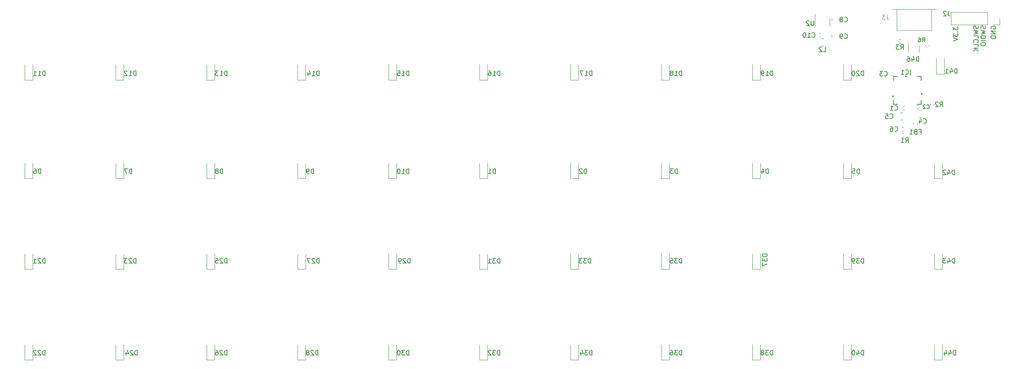
<source format=gbr>
%TF.GenerationSoftware,KiCad,Pcbnew,7.0.8*%
%TF.CreationDate,2023-10-13T02:07:57+02:00*%
%TF.ProjectId,keyboard_steamdeck,6b657962-6f61-4726-945f-737465616d64,V 1.0*%
%TF.SameCoordinates,Original*%
%TF.FileFunction,Legend,Bot*%
%TF.FilePolarity,Positive*%
%FSLAX46Y46*%
G04 Gerber Fmt 4.6, Leading zero omitted, Abs format (unit mm)*
G04 Created by KiCad (PCBNEW 7.0.8) date 2023-10-13 02:07:57*
%MOMM*%
%LPD*%
G01*
G04 APERTURE LIST*
%ADD10C,0.150000*%
%ADD11C,0.100000*%
%ADD12C,0.120000*%
%ADD13C,0.152400*%
G04 APERTURE END LIST*
D10*
X281000200Y-91983160D02*
X281047819Y-92126017D01*
X281047819Y-92126017D02*
X281047819Y-92364112D01*
X281047819Y-92364112D02*
X281000200Y-92459350D01*
X281000200Y-92459350D02*
X280952580Y-92506969D01*
X280952580Y-92506969D02*
X280857342Y-92554588D01*
X280857342Y-92554588D02*
X280762104Y-92554588D01*
X280762104Y-92554588D02*
X280666866Y-92506969D01*
X280666866Y-92506969D02*
X280619247Y-92459350D01*
X280619247Y-92459350D02*
X280571628Y-92364112D01*
X280571628Y-92364112D02*
X280524009Y-92173636D01*
X280524009Y-92173636D02*
X280476390Y-92078398D01*
X280476390Y-92078398D02*
X280428771Y-92030779D01*
X280428771Y-92030779D02*
X280333533Y-91983160D01*
X280333533Y-91983160D02*
X280238295Y-91983160D01*
X280238295Y-91983160D02*
X280143057Y-92030779D01*
X280143057Y-92030779D02*
X280095438Y-92078398D01*
X280095438Y-92078398D02*
X280047819Y-92173636D01*
X280047819Y-92173636D02*
X280047819Y-92411731D01*
X280047819Y-92411731D02*
X280095438Y-92554588D01*
X280047819Y-92887922D02*
X281047819Y-93126017D01*
X281047819Y-93126017D02*
X280333533Y-93316493D01*
X280333533Y-93316493D02*
X281047819Y-93506969D01*
X281047819Y-93506969D02*
X280047819Y-93745065D01*
X281047819Y-94126017D02*
X280047819Y-94126017D01*
X280047819Y-94126017D02*
X280047819Y-94364112D01*
X280047819Y-94364112D02*
X280095438Y-94506969D01*
X280095438Y-94506969D02*
X280190676Y-94602207D01*
X280190676Y-94602207D02*
X280285914Y-94649826D01*
X280285914Y-94649826D02*
X280476390Y-94697445D01*
X280476390Y-94697445D02*
X280619247Y-94697445D01*
X280619247Y-94697445D02*
X280809723Y-94649826D01*
X280809723Y-94649826D02*
X280904961Y-94602207D01*
X280904961Y-94602207D02*
X281000200Y-94506969D01*
X281000200Y-94506969D02*
X281047819Y-94364112D01*
X281047819Y-94364112D02*
X281047819Y-94126017D01*
X281047819Y-95126017D02*
X280047819Y-95126017D01*
X280047819Y-95792683D02*
X280047819Y-95983159D01*
X280047819Y-95983159D02*
X280095438Y-96078397D01*
X280095438Y-96078397D02*
X280190676Y-96173635D01*
X280190676Y-96173635D02*
X280381152Y-96221254D01*
X280381152Y-96221254D02*
X280714485Y-96221254D01*
X280714485Y-96221254D02*
X280904961Y-96173635D01*
X280904961Y-96173635D02*
X281000200Y-96078397D01*
X281000200Y-96078397D02*
X281047819Y-95983159D01*
X281047819Y-95983159D02*
X281047819Y-95792683D01*
X281047819Y-95792683D02*
X281000200Y-95697445D01*
X281000200Y-95697445D02*
X280904961Y-95602207D01*
X280904961Y-95602207D02*
X280714485Y-95554588D01*
X280714485Y-95554588D02*
X280381152Y-95554588D01*
X280381152Y-95554588D02*
X280190676Y-95602207D01*
X280190676Y-95602207D02*
X280095438Y-95697445D01*
X280095438Y-95697445D02*
X280047819Y-95792683D01*
X274205819Y-92189541D02*
X274205819Y-92808588D01*
X274205819Y-92808588D02*
X274586771Y-92475255D01*
X274586771Y-92475255D02*
X274586771Y-92618112D01*
X274586771Y-92618112D02*
X274634390Y-92713350D01*
X274634390Y-92713350D02*
X274682009Y-92760969D01*
X274682009Y-92760969D02*
X274777247Y-92808588D01*
X274777247Y-92808588D02*
X275015342Y-92808588D01*
X275015342Y-92808588D02*
X275110580Y-92760969D01*
X275110580Y-92760969D02*
X275158200Y-92713350D01*
X275158200Y-92713350D02*
X275205819Y-92618112D01*
X275205819Y-92618112D02*
X275205819Y-92332398D01*
X275205819Y-92332398D02*
X275158200Y-92237160D01*
X275158200Y-92237160D02*
X275110580Y-92189541D01*
X275110580Y-93237160D02*
X275158200Y-93284779D01*
X275158200Y-93284779D02*
X275205819Y-93237160D01*
X275205819Y-93237160D02*
X275158200Y-93189541D01*
X275158200Y-93189541D02*
X275110580Y-93237160D01*
X275110580Y-93237160D02*
X275205819Y-93237160D01*
X274205819Y-93618112D02*
X274205819Y-94237159D01*
X274205819Y-94237159D02*
X274586771Y-93903826D01*
X274586771Y-93903826D02*
X274586771Y-94046683D01*
X274586771Y-94046683D02*
X274634390Y-94141921D01*
X274634390Y-94141921D02*
X274682009Y-94189540D01*
X274682009Y-94189540D02*
X274777247Y-94237159D01*
X274777247Y-94237159D02*
X275015342Y-94237159D01*
X275015342Y-94237159D02*
X275110580Y-94189540D01*
X275110580Y-94189540D02*
X275158200Y-94141921D01*
X275158200Y-94141921D02*
X275205819Y-94046683D01*
X275205819Y-94046683D02*
X275205819Y-93760969D01*
X275205819Y-93760969D02*
X275158200Y-93665731D01*
X275158200Y-93665731D02*
X275110580Y-93618112D01*
X274205819Y-94522874D02*
X275205819Y-94856207D01*
X275205819Y-94856207D02*
X274205819Y-95189540D01*
X279476200Y-91983160D02*
X279523819Y-92126017D01*
X279523819Y-92126017D02*
X279523819Y-92364112D01*
X279523819Y-92364112D02*
X279476200Y-92459350D01*
X279476200Y-92459350D02*
X279428580Y-92506969D01*
X279428580Y-92506969D02*
X279333342Y-92554588D01*
X279333342Y-92554588D02*
X279238104Y-92554588D01*
X279238104Y-92554588D02*
X279142866Y-92506969D01*
X279142866Y-92506969D02*
X279095247Y-92459350D01*
X279095247Y-92459350D02*
X279047628Y-92364112D01*
X279047628Y-92364112D02*
X279000009Y-92173636D01*
X279000009Y-92173636D02*
X278952390Y-92078398D01*
X278952390Y-92078398D02*
X278904771Y-92030779D01*
X278904771Y-92030779D02*
X278809533Y-91983160D01*
X278809533Y-91983160D02*
X278714295Y-91983160D01*
X278714295Y-91983160D02*
X278619057Y-92030779D01*
X278619057Y-92030779D02*
X278571438Y-92078398D01*
X278571438Y-92078398D02*
X278523819Y-92173636D01*
X278523819Y-92173636D02*
X278523819Y-92411731D01*
X278523819Y-92411731D02*
X278571438Y-92554588D01*
X278523819Y-92887922D02*
X279523819Y-93126017D01*
X279523819Y-93126017D02*
X278809533Y-93316493D01*
X278809533Y-93316493D02*
X279523819Y-93506969D01*
X279523819Y-93506969D02*
X278523819Y-93745065D01*
X279523819Y-94602207D02*
X279523819Y-94126017D01*
X279523819Y-94126017D02*
X278523819Y-94126017D01*
X279428580Y-95506969D02*
X279476200Y-95459350D01*
X279476200Y-95459350D02*
X279523819Y-95316493D01*
X279523819Y-95316493D02*
X279523819Y-95221255D01*
X279523819Y-95221255D02*
X279476200Y-95078398D01*
X279476200Y-95078398D02*
X279380961Y-94983160D01*
X279380961Y-94983160D02*
X279285723Y-94935541D01*
X279285723Y-94935541D02*
X279095247Y-94887922D01*
X279095247Y-94887922D02*
X278952390Y-94887922D01*
X278952390Y-94887922D02*
X278761914Y-94935541D01*
X278761914Y-94935541D02*
X278666676Y-94983160D01*
X278666676Y-94983160D02*
X278571438Y-95078398D01*
X278571438Y-95078398D02*
X278523819Y-95221255D01*
X278523819Y-95221255D02*
X278523819Y-95316493D01*
X278523819Y-95316493D02*
X278571438Y-95459350D01*
X278571438Y-95459350D02*
X278619057Y-95506969D01*
X279523819Y-96411731D02*
X279523819Y-95935541D01*
X279523819Y-95935541D02*
X278523819Y-95935541D01*
X279523819Y-96745065D02*
X278523819Y-96745065D01*
X279523819Y-97316493D02*
X278952390Y-96887922D01*
X278523819Y-97316493D02*
X279095247Y-96745065D01*
X282284438Y-92614588D02*
X282236819Y-92519350D01*
X282236819Y-92519350D02*
X282236819Y-92376493D01*
X282236819Y-92376493D02*
X282284438Y-92233636D01*
X282284438Y-92233636D02*
X282379676Y-92138398D01*
X282379676Y-92138398D02*
X282474914Y-92090779D01*
X282474914Y-92090779D02*
X282665390Y-92043160D01*
X282665390Y-92043160D02*
X282808247Y-92043160D01*
X282808247Y-92043160D02*
X282998723Y-92090779D01*
X282998723Y-92090779D02*
X283093961Y-92138398D01*
X283093961Y-92138398D02*
X283189200Y-92233636D01*
X283189200Y-92233636D02*
X283236819Y-92376493D01*
X283236819Y-92376493D02*
X283236819Y-92471731D01*
X283236819Y-92471731D02*
X283189200Y-92614588D01*
X283189200Y-92614588D02*
X283141580Y-92662207D01*
X283141580Y-92662207D02*
X282808247Y-92662207D01*
X282808247Y-92662207D02*
X282808247Y-92471731D01*
X283236819Y-93090779D02*
X282236819Y-93090779D01*
X282236819Y-93090779D02*
X283236819Y-93662207D01*
X283236819Y-93662207D02*
X282236819Y-93662207D01*
X283236819Y-94138398D02*
X282236819Y-94138398D01*
X282236819Y-94138398D02*
X282236819Y-94376493D01*
X282236819Y-94376493D02*
X282284438Y-94519350D01*
X282284438Y-94519350D02*
X282379676Y-94614588D01*
X282379676Y-94614588D02*
X282474914Y-94662207D01*
X282474914Y-94662207D02*
X282665390Y-94709826D01*
X282665390Y-94709826D02*
X282808247Y-94709826D01*
X282808247Y-94709826D02*
X282998723Y-94662207D01*
X282998723Y-94662207D02*
X283093961Y-94614588D01*
X283093961Y-94614588D02*
X283189200Y-94519350D01*
X283189200Y-94519350D02*
X283236819Y-94376493D01*
X283236819Y-94376493D02*
X283236819Y-94138398D01*
X99870094Y-123390819D02*
X99870094Y-122390819D01*
X99870094Y-122390819D02*
X99631999Y-122390819D01*
X99631999Y-122390819D02*
X99489142Y-122438438D01*
X99489142Y-122438438D02*
X99393904Y-122533676D01*
X99393904Y-122533676D02*
X99346285Y-122628914D01*
X99346285Y-122628914D02*
X99298666Y-122819390D01*
X99298666Y-122819390D02*
X99298666Y-122962247D01*
X99298666Y-122962247D02*
X99346285Y-123152723D01*
X99346285Y-123152723D02*
X99393904Y-123247961D01*
X99393904Y-123247961D02*
X99489142Y-123343200D01*
X99489142Y-123343200D02*
X99631999Y-123390819D01*
X99631999Y-123390819D02*
X99870094Y-123390819D01*
X98965332Y-122390819D02*
X98298666Y-122390819D01*
X98298666Y-122390819D02*
X98727237Y-123390819D01*
X268611332Y-109506104D02*
X268649428Y-109544200D01*
X268649428Y-109544200D02*
X268763713Y-109582295D01*
X268763713Y-109582295D02*
X268839904Y-109582295D01*
X268839904Y-109582295D02*
X268954190Y-109544200D01*
X268954190Y-109544200D02*
X269030380Y-109468009D01*
X269030380Y-109468009D02*
X269068475Y-109391819D01*
X269068475Y-109391819D02*
X269106571Y-109239438D01*
X269106571Y-109239438D02*
X269106571Y-109125152D01*
X269106571Y-109125152D02*
X269068475Y-108972771D01*
X269068475Y-108972771D02*
X269030380Y-108896580D01*
X269030380Y-108896580D02*
X268954190Y-108820390D01*
X268954190Y-108820390D02*
X268839904Y-108782295D01*
X268839904Y-108782295D02*
X268763713Y-108782295D01*
X268763713Y-108782295D02*
X268649428Y-108820390D01*
X268649428Y-108820390D02*
X268611332Y-108858485D01*
X268306571Y-108858485D02*
X268268475Y-108820390D01*
X268268475Y-108820390D02*
X268192285Y-108782295D01*
X268192285Y-108782295D02*
X268001809Y-108782295D01*
X268001809Y-108782295D02*
X267925618Y-108820390D01*
X267925618Y-108820390D02*
X267887523Y-108858485D01*
X267887523Y-108858485D02*
X267849428Y-108934676D01*
X267849428Y-108934676D02*
X267849428Y-109010866D01*
X267849428Y-109010866D02*
X267887523Y-109125152D01*
X267887523Y-109125152D02*
X268344666Y-109582295D01*
X268344666Y-109582295D02*
X267849428Y-109582295D01*
D11*
X260175333Y-89627419D02*
X260175333Y-90341704D01*
X260175333Y-90341704D02*
X260222952Y-90484561D01*
X260222952Y-90484561D02*
X260318190Y-90579800D01*
X260318190Y-90579800D02*
X260461047Y-90627419D01*
X260461047Y-90627419D02*
X260556285Y-90627419D01*
X259794380Y-89627419D02*
X259175333Y-89627419D01*
X259175333Y-89627419D02*
X259508666Y-90008371D01*
X259508666Y-90008371D02*
X259365809Y-90008371D01*
X259365809Y-90008371D02*
X259270571Y-90055990D01*
X259270571Y-90055990D02*
X259222952Y-90103609D01*
X259222952Y-90103609D02*
X259175333Y-90198847D01*
X259175333Y-90198847D02*
X259175333Y-90436942D01*
X259175333Y-90436942D02*
X259222952Y-90532180D01*
X259222952Y-90532180D02*
X259270571Y-90579800D01*
X259270571Y-90579800D02*
X259365809Y-90627419D01*
X259365809Y-90627419D02*
X259651523Y-90627419D01*
X259651523Y-90627419D02*
X259746761Y-90579800D01*
X259746761Y-90579800D02*
X259794380Y-90532180D01*
D10*
X81478285Y-102562819D02*
X81478285Y-101562819D01*
X81478285Y-101562819D02*
X81240190Y-101562819D01*
X81240190Y-101562819D02*
X81097333Y-101610438D01*
X81097333Y-101610438D02*
X81002095Y-101705676D01*
X81002095Y-101705676D02*
X80954476Y-101800914D01*
X80954476Y-101800914D02*
X80906857Y-101991390D01*
X80906857Y-101991390D02*
X80906857Y-102134247D01*
X80906857Y-102134247D02*
X80954476Y-102324723D01*
X80954476Y-102324723D02*
X81002095Y-102419961D01*
X81002095Y-102419961D02*
X81097333Y-102515200D01*
X81097333Y-102515200D02*
X81240190Y-102562819D01*
X81240190Y-102562819D02*
X81478285Y-102562819D01*
X79954476Y-102562819D02*
X80525904Y-102562819D01*
X80240190Y-102562819D02*
X80240190Y-101562819D01*
X80240190Y-101562819D02*
X80335428Y-101705676D01*
X80335428Y-101705676D02*
X80430666Y-101800914D01*
X80430666Y-101800914D02*
X80525904Y-101848533D01*
X79002095Y-102562819D02*
X79573523Y-102562819D01*
X79287809Y-102562819D02*
X79287809Y-101562819D01*
X79287809Y-101562819D02*
X79383047Y-101705676D01*
X79383047Y-101705676D02*
X79478285Y-101800914D01*
X79478285Y-101800914D02*
X79573523Y-101848533D01*
X197556285Y-161998819D02*
X197556285Y-160998819D01*
X197556285Y-160998819D02*
X197318190Y-160998819D01*
X197318190Y-160998819D02*
X197175333Y-161046438D01*
X197175333Y-161046438D02*
X197080095Y-161141676D01*
X197080095Y-161141676D02*
X197032476Y-161236914D01*
X197032476Y-161236914D02*
X196984857Y-161427390D01*
X196984857Y-161427390D02*
X196984857Y-161570247D01*
X196984857Y-161570247D02*
X197032476Y-161760723D01*
X197032476Y-161760723D02*
X197080095Y-161855961D01*
X197080095Y-161855961D02*
X197175333Y-161951200D01*
X197175333Y-161951200D02*
X197318190Y-161998819D01*
X197318190Y-161998819D02*
X197556285Y-161998819D01*
X196651523Y-160998819D02*
X196032476Y-160998819D01*
X196032476Y-160998819D02*
X196365809Y-161379771D01*
X196365809Y-161379771D02*
X196222952Y-161379771D01*
X196222952Y-161379771D02*
X196127714Y-161427390D01*
X196127714Y-161427390D02*
X196080095Y-161475009D01*
X196080095Y-161475009D02*
X196032476Y-161570247D01*
X196032476Y-161570247D02*
X196032476Y-161808342D01*
X196032476Y-161808342D02*
X196080095Y-161903580D01*
X196080095Y-161903580D02*
X196127714Y-161951200D01*
X196127714Y-161951200D02*
X196222952Y-161998819D01*
X196222952Y-161998819D02*
X196508666Y-161998819D01*
X196508666Y-161998819D02*
X196603904Y-161951200D01*
X196603904Y-161951200D02*
X196651523Y-161903580D01*
X195175333Y-161332152D02*
X195175333Y-161998819D01*
X195413428Y-160951200D02*
X195651523Y-161665485D01*
X195651523Y-161665485D02*
X195032476Y-161665485D01*
X244601904Y-90894819D02*
X244601904Y-91704342D01*
X244601904Y-91704342D02*
X244554285Y-91799580D01*
X244554285Y-91799580D02*
X244506666Y-91847200D01*
X244506666Y-91847200D02*
X244411428Y-91894819D01*
X244411428Y-91894819D02*
X244220952Y-91894819D01*
X244220952Y-91894819D02*
X244125714Y-91847200D01*
X244125714Y-91847200D02*
X244078095Y-91799580D01*
X244078095Y-91799580D02*
X244030476Y-91704342D01*
X244030476Y-91704342D02*
X244030476Y-90894819D01*
X243601904Y-90990057D02*
X243554285Y-90942438D01*
X243554285Y-90942438D02*
X243459047Y-90894819D01*
X243459047Y-90894819D02*
X243220952Y-90894819D01*
X243220952Y-90894819D02*
X243125714Y-90942438D01*
X243125714Y-90942438D02*
X243078095Y-90990057D01*
X243078095Y-90990057D02*
X243030476Y-91085295D01*
X243030476Y-91085295D02*
X243030476Y-91180533D01*
X243030476Y-91180533D02*
X243078095Y-91323390D01*
X243078095Y-91323390D02*
X243649523Y-91894819D01*
X243649523Y-91894819D02*
X243030476Y-91894819D01*
X244228857Y-94339580D02*
X244276476Y-94387200D01*
X244276476Y-94387200D02*
X244419333Y-94434819D01*
X244419333Y-94434819D02*
X244514571Y-94434819D01*
X244514571Y-94434819D02*
X244657428Y-94387200D01*
X244657428Y-94387200D02*
X244752666Y-94291961D01*
X244752666Y-94291961D02*
X244800285Y-94196723D01*
X244800285Y-94196723D02*
X244847904Y-94006247D01*
X244847904Y-94006247D02*
X244847904Y-93863390D01*
X244847904Y-93863390D02*
X244800285Y-93672914D01*
X244800285Y-93672914D02*
X244752666Y-93577676D01*
X244752666Y-93577676D02*
X244657428Y-93482438D01*
X244657428Y-93482438D02*
X244514571Y-93434819D01*
X244514571Y-93434819D02*
X244419333Y-93434819D01*
X244419333Y-93434819D02*
X244276476Y-93482438D01*
X244276476Y-93482438D02*
X244228857Y-93530057D01*
X243276476Y-94434819D02*
X243847904Y-94434819D01*
X243562190Y-94434819D02*
X243562190Y-93434819D01*
X243562190Y-93434819D02*
X243657428Y-93577676D01*
X243657428Y-93577676D02*
X243752666Y-93672914D01*
X243752666Y-93672914D02*
X243847904Y-93720533D01*
X242657428Y-93434819D02*
X242562190Y-93434819D01*
X242562190Y-93434819D02*
X242466952Y-93482438D01*
X242466952Y-93482438D02*
X242419333Y-93530057D01*
X242419333Y-93530057D02*
X242371714Y-93625295D01*
X242371714Y-93625295D02*
X242324095Y-93815771D01*
X242324095Y-93815771D02*
X242324095Y-94053866D01*
X242324095Y-94053866D02*
X242371714Y-94244342D01*
X242371714Y-94244342D02*
X242419333Y-94339580D01*
X242419333Y-94339580D02*
X242466952Y-94387200D01*
X242466952Y-94387200D02*
X242562190Y-94434819D01*
X242562190Y-94434819D02*
X242657428Y-94434819D01*
X242657428Y-94434819D02*
X242752666Y-94387200D01*
X242752666Y-94387200D02*
X242800285Y-94339580D01*
X242800285Y-94339580D02*
X242847904Y-94244342D01*
X242847904Y-94244342D02*
X242895523Y-94053866D01*
X242895523Y-94053866D02*
X242895523Y-93815771D01*
X242895523Y-93815771D02*
X242847904Y-93625295D01*
X242847904Y-93625295D02*
X242800285Y-93530057D01*
X242800285Y-93530057D02*
X242752666Y-93482438D01*
X242752666Y-93482438D02*
X242657428Y-93434819D01*
X158694285Y-123390819D02*
X158694285Y-122390819D01*
X158694285Y-122390819D02*
X158456190Y-122390819D01*
X158456190Y-122390819D02*
X158313333Y-122438438D01*
X158313333Y-122438438D02*
X158218095Y-122533676D01*
X158218095Y-122533676D02*
X158170476Y-122628914D01*
X158170476Y-122628914D02*
X158122857Y-122819390D01*
X158122857Y-122819390D02*
X158122857Y-122962247D01*
X158122857Y-122962247D02*
X158170476Y-123152723D01*
X158170476Y-123152723D02*
X158218095Y-123247961D01*
X158218095Y-123247961D02*
X158313333Y-123343200D01*
X158313333Y-123343200D02*
X158456190Y-123390819D01*
X158456190Y-123390819D02*
X158694285Y-123390819D01*
X157170476Y-123390819D02*
X157741904Y-123390819D01*
X157456190Y-123390819D02*
X157456190Y-122390819D01*
X157456190Y-122390819D02*
X157551428Y-122533676D01*
X157551428Y-122533676D02*
X157646666Y-122628914D01*
X157646666Y-122628914D02*
X157741904Y-122676533D01*
X156551428Y-122390819D02*
X156456190Y-122390819D01*
X156456190Y-122390819D02*
X156360952Y-122438438D01*
X156360952Y-122438438D02*
X156313333Y-122486057D01*
X156313333Y-122486057D02*
X156265714Y-122581295D01*
X156265714Y-122581295D02*
X156218095Y-122771771D01*
X156218095Y-122771771D02*
X156218095Y-123009866D01*
X156218095Y-123009866D02*
X156265714Y-123200342D01*
X156265714Y-123200342D02*
X156313333Y-123295580D01*
X156313333Y-123295580D02*
X156360952Y-123343200D01*
X156360952Y-123343200D02*
X156456190Y-123390819D01*
X156456190Y-123390819D02*
X156551428Y-123390819D01*
X156551428Y-123390819D02*
X156646666Y-123343200D01*
X156646666Y-123343200D02*
X156694285Y-123295580D01*
X156694285Y-123295580D02*
X156741904Y-123200342D01*
X156741904Y-123200342D02*
X156789523Y-123009866D01*
X156789523Y-123009866D02*
X156789523Y-122771771D01*
X156789523Y-122771771D02*
X156741904Y-122581295D01*
X156741904Y-122581295D02*
X156694285Y-122486057D01*
X156694285Y-122486057D02*
X156646666Y-122438438D01*
X156646666Y-122438438D02*
X156551428Y-122390819D01*
X177998285Y-142440819D02*
X177998285Y-141440819D01*
X177998285Y-141440819D02*
X177760190Y-141440819D01*
X177760190Y-141440819D02*
X177617333Y-141488438D01*
X177617333Y-141488438D02*
X177522095Y-141583676D01*
X177522095Y-141583676D02*
X177474476Y-141678914D01*
X177474476Y-141678914D02*
X177426857Y-141869390D01*
X177426857Y-141869390D02*
X177426857Y-142012247D01*
X177426857Y-142012247D02*
X177474476Y-142202723D01*
X177474476Y-142202723D02*
X177522095Y-142297961D01*
X177522095Y-142297961D02*
X177617333Y-142393200D01*
X177617333Y-142393200D02*
X177760190Y-142440819D01*
X177760190Y-142440819D02*
X177998285Y-142440819D01*
X177093523Y-141440819D02*
X176474476Y-141440819D01*
X176474476Y-141440819D02*
X176807809Y-141821771D01*
X176807809Y-141821771D02*
X176664952Y-141821771D01*
X176664952Y-141821771D02*
X176569714Y-141869390D01*
X176569714Y-141869390D02*
X176522095Y-141917009D01*
X176522095Y-141917009D02*
X176474476Y-142012247D01*
X176474476Y-142012247D02*
X176474476Y-142250342D01*
X176474476Y-142250342D02*
X176522095Y-142345580D01*
X176522095Y-142345580D02*
X176569714Y-142393200D01*
X176569714Y-142393200D02*
X176664952Y-142440819D01*
X176664952Y-142440819D02*
X176950666Y-142440819D01*
X176950666Y-142440819D02*
X177045904Y-142393200D01*
X177045904Y-142393200D02*
X177093523Y-142345580D01*
X175522095Y-142440819D02*
X176093523Y-142440819D01*
X175807809Y-142440819D02*
X175807809Y-141440819D01*
X175807809Y-141440819D02*
X175903047Y-141583676D01*
X175903047Y-141583676D02*
X175998285Y-141678914D01*
X175998285Y-141678914D02*
X176093523Y-141726533D01*
X259606666Y-102567580D02*
X259654285Y-102615200D01*
X259654285Y-102615200D02*
X259797142Y-102662819D01*
X259797142Y-102662819D02*
X259892380Y-102662819D01*
X259892380Y-102662819D02*
X260035237Y-102615200D01*
X260035237Y-102615200D02*
X260130475Y-102519961D01*
X260130475Y-102519961D02*
X260178094Y-102424723D01*
X260178094Y-102424723D02*
X260225713Y-102234247D01*
X260225713Y-102234247D02*
X260225713Y-102091390D01*
X260225713Y-102091390D02*
X260178094Y-101900914D01*
X260178094Y-101900914D02*
X260130475Y-101805676D01*
X260130475Y-101805676D02*
X260035237Y-101710438D01*
X260035237Y-101710438D02*
X259892380Y-101662819D01*
X259892380Y-101662819D02*
X259797142Y-101662819D01*
X259797142Y-101662819D02*
X259654285Y-101710438D01*
X259654285Y-101710438D02*
X259606666Y-101758057D01*
X259273332Y-101662819D02*
X258654285Y-101662819D01*
X258654285Y-101662819D02*
X258987618Y-102043771D01*
X258987618Y-102043771D02*
X258844761Y-102043771D01*
X258844761Y-102043771D02*
X258749523Y-102091390D01*
X258749523Y-102091390D02*
X258701904Y-102139009D01*
X258701904Y-102139009D02*
X258654285Y-102234247D01*
X258654285Y-102234247D02*
X258654285Y-102472342D01*
X258654285Y-102472342D02*
X258701904Y-102567580D01*
X258701904Y-102567580D02*
X258749523Y-102615200D01*
X258749523Y-102615200D02*
X258844761Y-102662819D01*
X258844761Y-102662819D02*
X259130475Y-102662819D01*
X259130475Y-102662819D02*
X259225713Y-102615200D01*
X259225713Y-102615200D02*
X259273332Y-102567580D01*
X101036285Y-161998819D02*
X101036285Y-160998819D01*
X101036285Y-160998819D02*
X100798190Y-160998819D01*
X100798190Y-160998819D02*
X100655333Y-161046438D01*
X100655333Y-161046438D02*
X100560095Y-161141676D01*
X100560095Y-161141676D02*
X100512476Y-161236914D01*
X100512476Y-161236914D02*
X100464857Y-161427390D01*
X100464857Y-161427390D02*
X100464857Y-161570247D01*
X100464857Y-161570247D02*
X100512476Y-161760723D01*
X100512476Y-161760723D02*
X100560095Y-161855961D01*
X100560095Y-161855961D02*
X100655333Y-161951200D01*
X100655333Y-161951200D02*
X100798190Y-161998819D01*
X100798190Y-161998819D02*
X101036285Y-161998819D01*
X100083904Y-161094057D02*
X100036285Y-161046438D01*
X100036285Y-161046438D02*
X99941047Y-160998819D01*
X99941047Y-160998819D02*
X99702952Y-160998819D01*
X99702952Y-160998819D02*
X99607714Y-161046438D01*
X99607714Y-161046438D02*
X99560095Y-161094057D01*
X99560095Y-161094057D02*
X99512476Y-161189295D01*
X99512476Y-161189295D02*
X99512476Y-161284533D01*
X99512476Y-161284533D02*
X99560095Y-161427390D01*
X99560095Y-161427390D02*
X100131523Y-161998819D01*
X100131523Y-161998819D02*
X99512476Y-161998819D01*
X98655333Y-161332152D02*
X98655333Y-161998819D01*
X98893428Y-160951200D02*
X99131523Y-161665485D01*
X99131523Y-161665485D02*
X98512476Y-161665485D01*
X234998094Y-123390819D02*
X234998094Y-122390819D01*
X234998094Y-122390819D02*
X234759999Y-122390819D01*
X234759999Y-122390819D02*
X234617142Y-122438438D01*
X234617142Y-122438438D02*
X234521904Y-122533676D01*
X234521904Y-122533676D02*
X234474285Y-122628914D01*
X234474285Y-122628914D02*
X234426666Y-122819390D01*
X234426666Y-122819390D02*
X234426666Y-122962247D01*
X234426666Y-122962247D02*
X234474285Y-123152723D01*
X234474285Y-123152723D02*
X234521904Y-123247961D01*
X234521904Y-123247961D02*
X234617142Y-123343200D01*
X234617142Y-123343200D02*
X234759999Y-123390819D01*
X234759999Y-123390819D02*
X234998094Y-123390819D01*
X233569523Y-122724152D02*
X233569523Y-123390819D01*
X233807618Y-122343200D02*
X234045713Y-123057485D01*
X234045713Y-123057485D02*
X233426666Y-123057485D01*
X216606285Y-161998819D02*
X216606285Y-160998819D01*
X216606285Y-160998819D02*
X216368190Y-160998819D01*
X216368190Y-160998819D02*
X216225333Y-161046438D01*
X216225333Y-161046438D02*
X216130095Y-161141676D01*
X216130095Y-161141676D02*
X216082476Y-161236914D01*
X216082476Y-161236914D02*
X216034857Y-161427390D01*
X216034857Y-161427390D02*
X216034857Y-161570247D01*
X216034857Y-161570247D02*
X216082476Y-161760723D01*
X216082476Y-161760723D02*
X216130095Y-161855961D01*
X216130095Y-161855961D02*
X216225333Y-161951200D01*
X216225333Y-161951200D02*
X216368190Y-161998819D01*
X216368190Y-161998819D02*
X216606285Y-161998819D01*
X215701523Y-160998819D02*
X215082476Y-160998819D01*
X215082476Y-160998819D02*
X215415809Y-161379771D01*
X215415809Y-161379771D02*
X215272952Y-161379771D01*
X215272952Y-161379771D02*
X215177714Y-161427390D01*
X215177714Y-161427390D02*
X215130095Y-161475009D01*
X215130095Y-161475009D02*
X215082476Y-161570247D01*
X215082476Y-161570247D02*
X215082476Y-161808342D01*
X215082476Y-161808342D02*
X215130095Y-161903580D01*
X215130095Y-161903580D02*
X215177714Y-161951200D01*
X215177714Y-161951200D02*
X215272952Y-161998819D01*
X215272952Y-161998819D02*
X215558666Y-161998819D01*
X215558666Y-161998819D02*
X215653904Y-161951200D01*
X215653904Y-161951200D02*
X215701523Y-161903580D01*
X214225333Y-160998819D02*
X214415809Y-160998819D01*
X214415809Y-160998819D02*
X214511047Y-161046438D01*
X214511047Y-161046438D02*
X214558666Y-161094057D01*
X214558666Y-161094057D02*
X214653904Y-161236914D01*
X214653904Y-161236914D02*
X214701523Y-161427390D01*
X214701523Y-161427390D02*
X214701523Y-161808342D01*
X214701523Y-161808342D02*
X214653904Y-161903580D01*
X214653904Y-161903580D02*
X214606285Y-161951200D01*
X214606285Y-161951200D02*
X214511047Y-161998819D01*
X214511047Y-161998819D02*
X214320571Y-161998819D01*
X214320571Y-161998819D02*
X214225333Y-161951200D01*
X214225333Y-161951200D02*
X214177714Y-161903580D01*
X214177714Y-161903580D02*
X214130095Y-161808342D01*
X214130095Y-161808342D02*
X214130095Y-161570247D01*
X214130095Y-161570247D02*
X214177714Y-161475009D01*
X214177714Y-161475009D02*
X214225333Y-161427390D01*
X214225333Y-161427390D02*
X214320571Y-161379771D01*
X214320571Y-161379771D02*
X214511047Y-161379771D01*
X214511047Y-161379771D02*
X214606285Y-161427390D01*
X214606285Y-161427390D02*
X214653904Y-161475009D01*
X214653904Y-161475009D02*
X214701523Y-161570247D01*
X267882666Y-112627580D02*
X267930285Y-112675200D01*
X267930285Y-112675200D02*
X268073142Y-112722819D01*
X268073142Y-112722819D02*
X268168380Y-112722819D01*
X268168380Y-112722819D02*
X268311237Y-112675200D01*
X268311237Y-112675200D02*
X268406475Y-112579961D01*
X268406475Y-112579961D02*
X268454094Y-112484723D01*
X268454094Y-112484723D02*
X268501713Y-112294247D01*
X268501713Y-112294247D02*
X268501713Y-112151390D01*
X268501713Y-112151390D02*
X268454094Y-111960914D01*
X268454094Y-111960914D02*
X268406475Y-111865676D01*
X268406475Y-111865676D02*
X268311237Y-111770438D01*
X268311237Y-111770438D02*
X268168380Y-111722819D01*
X268168380Y-111722819D02*
X268073142Y-111722819D01*
X268073142Y-111722819D02*
X267930285Y-111770438D01*
X267930285Y-111770438D02*
X267882666Y-111818057D01*
X267025523Y-112056152D02*
X267025523Y-112722819D01*
X267263618Y-111675200D02*
X267501713Y-112389485D01*
X267501713Y-112389485D02*
X266882666Y-112389485D01*
X216606285Y-142440819D02*
X216606285Y-141440819D01*
X216606285Y-141440819D02*
X216368190Y-141440819D01*
X216368190Y-141440819D02*
X216225333Y-141488438D01*
X216225333Y-141488438D02*
X216130095Y-141583676D01*
X216130095Y-141583676D02*
X216082476Y-141678914D01*
X216082476Y-141678914D02*
X216034857Y-141869390D01*
X216034857Y-141869390D02*
X216034857Y-142012247D01*
X216034857Y-142012247D02*
X216082476Y-142202723D01*
X216082476Y-142202723D02*
X216130095Y-142297961D01*
X216130095Y-142297961D02*
X216225333Y-142393200D01*
X216225333Y-142393200D02*
X216368190Y-142440819D01*
X216368190Y-142440819D02*
X216606285Y-142440819D01*
X215701523Y-141440819D02*
X215082476Y-141440819D01*
X215082476Y-141440819D02*
X215415809Y-141821771D01*
X215415809Y-141821771D02*
X215272952Y-141821771D01*
X215272952Y-141821771D02*
X215177714Y-141869390D01*
X215177714Y-141869390D02*
X215130095Y-141917009D01*
X215130095Y-141917009D02*
X215082476Y-142012247D01*
X215082476Y-142012247D02*
X215082476Y-142250342D01*
X215082476Y-142250342D02*
X215130095Y-142345580D01*
X215130095Y-142345580D02*
X215177714Y-142393200D01*
X215177714Y-142393200D02*
X215272952Y-142440819D01*
X215272952Y-142440819D02*
X215558666Y-142440819D01*
X215558666Y-142440819D02*
X215653904Y-142393200D01*
X215653904Y-142393200D02*
X215701523Y-142345580D01*
X214177714Y-141440819D02*
X214653904Y-141440819D01*
X214653904Y-141440819D02*
X214701523Y-141917009D01*
X214701523Y-141917009D02*
X214653904Y-141869390D01*
X214653904Y-141869390D02*
X214558666Y-141821771D01*
X214558666Y-141821771D02*
X214320571Y-141821771D01*
X214320571Y-141821771D02*
X214225333Y-141869390D01*
X214225333Y-141869390D02*
X214177714Y-141917009D01*
X214177714Y-141917009D02*
X214130095Y-142012247D01*
X214130095Y-142012247D02*
X214130095Y-142250342D01*
X214130095Y-142250342D02*
X214177714Y-142345580D01*
X214177714Y-142345580D02*
X214225333Y-142393200D01*
X214225333Y-142393200D02*
X214320571Y-142440819D01*
X214320571Y-142440819D02*
X214558666Y-142440819D01*
X214558666Y-142440819D02*
X214653904Y-142393200D01*
X214653904Y-142393200D02*
X214701523Y-142345580D01*
X274772285Y-161998819D02*
X274772285Y-160998819D01*
X274772285Y-160998819D02*
X274534190Y-160998819D01*
X274534190Y-160998819D02*
X274391333Y-161046438D01*
X274391333Y-161046438D02*
X274296095Y-161141676D01*
X274296095Y-161141676D02*
X274248476Y-161236914D01*
X274248476Y-161236914D02*
X274200857Y-161427390D01*
X274200857Y-161427390D02*
X274200857Y-161570247D01*
X274200857Y-161570247D02*
X274248476Y-161760723D01*
X274248476Y-161760723D02*
X274296095Y-161855961D01*
X274296095Y-161855961D02*
X274391333Y-161951200D01*
X274391333Y-161951200D02*
X274534190Y-161998819D01*
X274534190Y-161998819D02*
X274772285Y-161998819D01*
X273343714Y-161332152D02*
X273343714Y-161998819D01*
X273581809Y-160951200D02*
X273819904Y-161665485D01*
X273819904Y-161665485D02*
X273200857Y-161665485D01*
X272391333Y-161332152D02*
X272391333Y-161998819D01*
X272629428Y-160951200D02*
X272867523Y-161665485D01*
X272867523Y-161665485D02*
X272248476Y-161665485D01*
X177086094Y-123390819D02*
X177086094Y-122390819D01*
X177086094Y-122390819D02*
X176847999Y-122390819D01*
X176847999Y-122390819D02*
X176705142Y-122438438D01*
X176705142Y-122438438D02*
X176609904Y-122533676D01*
X176609904Y-122533676D02*
X176562285Y-122628914D01*
X176562285Y-122628914D02*
X176514666Y-122819390D01*
X176514666Y-122819390D02*
X176514666Y-122962247D01*
X176514666Y-122962247D02*
X176562285Y-123152723D01*
X176562285Y-123152723D02*
X176609904Y-123247961D01*
X176609904Y-123247961D02*
X176705142Y-123343200D01*
X176705142Y-123343200D02*
X176847999Y-123390819D01*
X176847999Y-123390819D02*
X177086094Y-123390819D01*
X175562285Y-123390819D02*
X176133713Y-123390819D01*
X175847999Y-123390819D02*
X175847999Y-122390819D01*
X175847999Y-122390819D02*
X175943237Y-122533676D01*
X175943237Y-122533676D02*
X176038475Y-122628914D01*
X176038475Y-122628914D02*
X176133713Y-122676533D01*
X234714819Y-140517714D02*
X233714819Y-140517714D01*
X233714819Y-140517714D02*
X233714819Y-140755809D01*
X233714819Y-140755809D02*
X233762438Y-140898666D01*
X233762438Y-140898666D02*
X233857676Y-140993904D01*
X233857676Y-140993904D02*
X233952914Y-141041523D01*
X233952914Y-141041523D02*
X234143390Y-141089142D01*
X234143390Y-141089142D02*
X234286247Y-141089142D01*
X234286247Y-141089142D02*
X234476723Y-141041523D01*
X234476723Y-141041523D02*
X234571961Y-140993904D01*
X234571961Y-140993904D02*
X234667200Y-140898666D01*
X234667200Y-140898666D02*
X234714819Y-140755809D01*
X234714819Y-140755809D02*
X234714819Y-140517714D01*
X233714819Y-141422476D02*
X233714819Y-142041523D01*
X233714819Y-142041523D02*
X234095771Y-141708190D01*
X234095771Y-141708190D02*
X234095771Y-141851047D01*
X234095771Y-141851047D02*
X234143390Y-141946285D01*
X234143390Y-141946285D02*
X234191009Y-141993904D01*
X234191009Y-141993904D02*
X234286247Y-142041523D01*
X234286247Y-142041523D02*
X234524342Y-142041523D01*
X234524342Y-142041523D02*
X234619580Y-141993904D01*
X234619580Y-141993904D02*
X234667200Y-141946285D01*
X234667200Y-141946285D02*
X234714819Y-141851047D01*
X234714819Y-141851047D02*
X234714819Y-141565333D01*
X234714819Y-141565333D02*
X234667200Y-141470095D01*
X234667200Y-141470095D02*
X234619580Y-141422476D01*
X233714819Y-142374857D02*
X233714819Y-143041523D01*
X233714819Y-143041523D02*
X234714819Y-142612952D01*
X81478285Y-161998819D02*
X81478285Y-160998819D01*
X81478285Y-160998819D02*
X81240190Y-160998819D01*
X81240190Y-160998819D02*
X81097333Y-161046438D01*
X81097333Y-161046438D02*
X81002095Y-161141676D01*
X81002095Y-161141676D02*
X80954476Y-161236914D01*
X80954476Y-161236914D02*
X80906857Y-161427390D01*
X80906857Y-161427390D02*
X80906857Y-161570247D01*
X80906857Y-161570247D02*
X80954476Y-161760723D01*
X80954476Y-161760723D02*
X81002095Y-161855961D01*
X81002095Y-161855961D02*
X81097333Y-161951200D01*
X81097333Y-161951200D02*
X81240190Y-161998819D01*
X81240190Y-161998819D02*
X81478285Y-161998819D01*
X80525904Y-161094057D02*
X80478285Y-161046438D01*
X80478285Y-161046438D02*
X80383047Y-160998819D01*
X80383047Y-160998819D02*
X80144952Y-160998819D01*
X80144952Y-160998819D02*
X80049714Y-161046438D01*
X80049714Y-161046438D02*
X80002095Y-161094057D01*
X80002095Y-161094057D02*
X79954476Y-161189295D01*
X79954476Y-161189295D02*
X79954476Y-161284533D01*
X79954476Y-161284533D02*
X80002095Y-161427390D01*
X80002095Y-161427390D02*
X80573523Y-161998819D01*
X80573523Y-161998819D02*
X79954476Y-161998819D01*
X79573523Y-161094057D02*
X79525904Y-161046438D01*
X79525904Y-161046438D02*
X79430666Y-160998819D01*
X79430666Y-160998819D02*
X79192571Y-160998819D01*
X79192571Y-160998819D02*
X79097333Y-161046438D01*
X79097333Y-161046438D02*
X79049714Y-161094057D01*
X79049714Y-161094057D02*
X79002095Y-161189295D01*
X79002095Y-161189295D02*
X79002095Y-161284533D01*
X79002095Y-161284533D02*
X79049714Y-161427390D01*
X79049714Y-161427390D02*
X79621142Y-161998819D01*
X79621142Y-161998819D02*
X79002095Y-161998819D01*
X274518285Y-123644819D02*
X274518285Y-122644819D01*
X274518285Y-122644819D02*
X274280190Y-122644819D01*
X274280190Y-122644819D02*
X274137333Y-122692438D01*
X274137333Y-122692438D02*
X274042095Y-122787676D01*
X274042095Y-122787676D02*
X273994476Y-122882914D01*
X273994476Y-122882914D02*
X273946857Y-123073390D01*
X273946857Y-123073390D02*
X273946857Y-123216247D01*
X273946857Y-123216247D02*
X273994476Y-123406723D01*
X273994476Y-123406723D02*
X274042095Y-123501961D01*
X274042095Y-123501961D02*
X274137333Y-123597200D01*
X274137333Y-123597200D02*
X274280190Y-123644819D01*
X274280190Y-123644819D02*
X274518285Y-123644819D01*
X273089714Y-122978152D02*
X273089714Y-123644819D01*
X273327809Y-122597200D02*
X273565904Y-123311485D01*
X273565904Y-123311485D02*
X272946857Y-123311485D01*
X272613523Y-122740057D02*
X272565904Y-122692438D01*
X272565904Y-122692438D02*
X272470666Y-122644819D01*
X272470666Y-122644819D02*
X272232571Y-122644819D01*
X272232571Y-122644819D02*
X272137333Y-122692438D01*
X272137333Y-122692438D02*
X272089714Y-122740057D01*
X272089714Y-122740057D02*
X272042095Y-122835295D01*
X272042095Y-122835295D02*
X272042095Y-122930533D01*
X272042095Y-122930533D02*
X272089714Y-123073390D01*
X272089714Y-123073390D02*
X272661142Y-123644819D01*
X272661142Y-123644819D02*
X272042095Y-123644819D01*
X80566094Y-123390819D02*
X80566094Y-122390819D01*
X80566094Y-122390819D02*
X80327999Y-122390819D01*
X80327999Y-122390819D02*
X80185142Y-122438438D01*
X80185142Y-122438438D02*
X80089904Y-122533676D01*
X80089904Y-122533676D02*
X80042285Y-122628914D01*
X80042285Y-122628914D02*
X79994666Y-122819390D01*
X79994666Y-122819390D02*
X79994666Y-122962247D01*
X79994666Y-122962247D02*
X80042285Y-123152723D01*
X80042285Y-123152723D02*
X80089904Y-123247961D01*
X80089904Y-123247961D02*
X80185142Y-123343200D01*
X80185142Y-123343200D02*
X80327999Y-123390819D01*
X80327999Y-123390819D02*
X80566094Y-123390819D01*
X79137523Y-122390819D02*
X79327999Y-122390819D01*
X79327999Y-122390819D02*
X79423237Y-122438438D01*
X79423237Y-122438438D02*
X79470856Y-122486057D01*
X79470856Y-122486057D02*
X79566094Y-122628914D01*
X79566094Y-122628914D02*
X79613713Y-122819390D01*
X79613713Y-122819390D02*
X79613713Y-123200342D01*
X79613713Y-123200342D02*
X79566094Y-123295580D01*
X79566094Y-123295580D02*
X79518475Y-123343200D01*
X79518475Y-123343200D02*
X79423237Y-123390819D01*
X79423237Y-123390819D02*
X79232761Y-123390819D01*
X79232761Y-123390819D02*
X79137523Y-123343200D01*
X79137523Y-123343200D02*
X79089904Y-123295580D01*
X79089904Y-123295580D02*
X79042285Y-123200342D01*
X79042285Y-123200342D02*
X79042285Y-122962247D01*
X79042285Y-122962247D02*
X79089904Y-122867009D01*
X79089904Y-122867009D02*
X79137523Y-122819390D01*
X79137523Y-122819390D02*
X79232761Y-122771771D01*
X79232761Y-122771771D02*
X79423237Y-122771771D01*
X79423237Y-122771771D02*
X79518475Y-122819390D01*
X79518475Y-122819390D02*
X79566094Y-122867009D01*
X79566094Y-122867009D02*
X79613713Y-122962247D01*
X267025333Y-114485009D02*
X267358666Y-114485009D01*
X267358666Y-115008819D02*
X267358666Y-114008819D01*
X267358666Y-114008819D02*
X266882476Y-114008819D01*
X266168190Y-114485009D02*
X266025333Y-114532628D01*
X266025333Y-114532628D02*
X265977714Y-114580247D01*
X265977714Y-114580247D02*
X265930095Y-114675485D01*
X265930095Y-114675485D02*
X265930095Y-114818342D01*
X265930095Y-114818342D02*
X265977714Y-114913580D01*
X265977714Y-114913580D02*
X266025333Y-114961200D01*
X266025333Y-114961200D02*
X266120571Y-115008819D01*
X266120571Y-115008819D02*
X266501523Y-115008819D01*
X266501523Y-115008819D02*
X266501523Y-114008819D01*
X266501523Y-114008819D02*
X266168190Y-114008819D01*
X266168190Y-114008819D02*
X266072952Y-114056438D01*
X266072952Y-114056438D02*
X266025333Y-114104057D01*
X266025333Y-114104057D02*
X265977714Y-114199295D01*
X265977714Y-114199295D02*
X265977714Y-114294533D01*
X265977714Y-114294533D02*
X266025333Y-114389771D01*
X266025333Y-114389771D02*
X266072952Y-114437390D01*
X266072952Y-114437390D02*
X266168190Y-114485009D01*
X266168190Y-114485009D02*
X266501523Y-114485009D01*
X264977714Y-115008819D02*
X265549142Y-115008819D01*
X265263428Y-115008819D02*
X265263428Y-114008819D01*
X265263428Y-114008819D02*
X265358666Y-114151676D01*
X265358666Y-114151676D02*
X265453904Y-114246914D01*
X265453904Y-114246914D02*
X265549142Y-114294533D01*
X255214285Y-102562819D02*
X255214285Y-101562819D01*
X255214285Y-101562819D02*
X254976190Y-101562819D01*
X254976190Y-101562819D02*
X254833333Y-101610438D01*
X254833333Y-101610438D02*
X254738095Y-101705676D01*
X254738095Y-101705676D02*
X254690476Y-101800914D01*
X254690476Y-101800914D02*
X254642857Y-101991390D01*
X254642857Y-101991390D02*
X254642857Y-102134247D01*
X254642857Y-102134247D02*
X254690476Y-102324723D01*
X254690476Y-102324723D02*
X254738095Y-102419961D01*
X254738095Y-102419961D02*
X254833333Y-102515200D01*
X254833333Y-102515200D02*
X254976190Y-102562819D01*
X254976190Y-102562819D02*
X255214285Y-102562819D01*
X254261904Y-101658057D02*
X254214285Y-101610438D01*
X254214285Y-101610438D02*
X254119047Y-101562819D01*
X254119047Y-101562819D02*
X253880952Y-101562819D01*
X253880952Y-101562819D02*
X253785714Y-101610438D01*
X253785714Y-101610438D02*
X253738095Y-101658057D01*
X253738095Y-101658057D02*
X253690476Y-101753295D01*
X253690476Y-101753295D02*
X253690476Y-101848533D01*
X253690476Y-101848533D02*
X253738095Y-101991390D01*
X253738095Y-101991390D02*
X254309523Y-102562819D01*
X254309523Y-102562819D02*
X253690476Y-102562819D01*
X253071428Y-101562819D02*
X252976190Y-101562819D01*
X252976190Y-101562819D02*
X252880952Y-101610438D01*
X252880952Y-101610438D02*
X252833333Y-101658057D01*
X252833333Y-101658057D02*
X252785714Y-101753295D01*
X252785714Y-101753295D02*
X252738095Y-101943771D01*
X252738095Y-101943771D02*
X252738095Y-102181866D01*
X252738095Y-102181866D02*
X252785714Y-102372342D01*
X252785714Y-102372342D02*
X252833333Y-102467580D01*
X252833333Y-102467580D02*
X252880952Y-102515200D01*
X252880952Y-102515200D02*
X252976190Y-102562819D01*
X252976190Y-102562819D02*
X253071428Y-102562819D01*
X253071428Y-102562819D02*
X253166666Y-102515200D01*
X253166666Y-102515200D02*
X253214285Y-102467580D01*
X253214285Y-102467580D02*
X253261904Y-102372342D01*
X253261904Y-102372342D02*
X253309523Y-102181866D01*
X253309523Y-102181866D02*
X253309523Y-101943771D01*
X253309523Y-101943771D02*
X253261904Y-101753295D01*
X253261904Y-101753295D02*
X253214285Y-101658057D01*
X253214285Y-101658057D02*
X253166666Y-101610438D01*
X253166666Y-101610438D02*
X253071428Y-101562819D01*
X177998285Y-102562819D02*
X177998285Y-101562819D01*
X177998285Y-101562819D02*
X177760190Y-101562819D01*
X177760190Y-101562819D02*
X177617333Y-101610438D01*
X177617333Y-101610438D02*
X177522095Y-101705676D01*
X177522095Y-101705676D02*
X177474476Y-101800914D01*
X177474476Y-101800914D02*
X177426857Y-101991390D01*
X177426857Y-101991390D02*
X177426857Y-102134247D01*
X177426857Y-102134247D02*
X177474476Y-102324723D01*
X177474476Y-102324723D02*
X177522095Y-102419961D01*
X177522095Y-102419961D02*
X177617333Y-102515200D01*
X177617333Y-102515200D02*
X177760190Y-102562819D01*
X177760190Y-102562819D02*
X177998285Y-102562819D01*
X176474476Y-102562819D02*
X177045904Y-102562819D01*
X176760190Y-102562819D02*
X176760190Y-101562819D01*
X176760190Y-101562819D02*
X176855428Y-101705676D01*
X176855428Y-101705676D02*
X176950666Y-101800914D01*
X176950666Y-101800914D02*
X177045904Y-101848533D01*
X175617333Y-101562819D02*
X175807809Y-101562819D01*
X175807809Y-101562819D02*
X175903047Y-101610438D01*
X175903047Y-101610438D02*
X175950666Y-101658057D01*
X175950666Y-101658057D02*
X176045904Y-101800914D01*
X176045904Y-101800914D02*
X176093523Y-101991390D01*
X176093523Y-101991390D02*
X176093523Y-102372342D01*
X176093523Y-102372342D02*
X176045904Y-102467580D01*
X176045904Y-102467580D02*
X175998285Y-102515200D01*
X175998285Y-102515200D02*
X175903047Y-102562819D01*
X175903047Y-102562819D02*
X175712571Y-102562819D01*
X175712571Y-102562819D02*
X175617333Y-102515200D01*
X175617333Y-102515200D02*
X175569714Y-102467580D01*
X175569714Y-102467580D02*
X175522095Y-102372342D01*
X175522095Y-102372342D02*
X175522095Y-102134247D01*
X175522095Y-102134247D02*
X175569714Y-102039009D01*
X175569714Y-102039009D02*
X175617333Y-101991390D01*
X175617333Y-101991390D02*
X175712571Y-101943771D01*
X175712571Y-101943771D02*
X175903047Y-101943771D01*
X175903047Y-101943771D02*
X175998285Y-101991390D01*
X175998285Y-101991390D02*
X176045904Y-102039009D01*
X176045904Y-102039009D02*
X176093523Y-102134247D01*
X138478094Y-123390819D02*
X138478094Y-122390819D01*
X138478094Y-122390819D02*
X138239999Y-122390819D01*
X138239999Y-122390819D02*
X138097142Y-122438438D01*
X138097142Y-122438438D02*
X138001904Y-122533676D01*
X138001904Y-122533676D02*
X137954285Y-122628914D01*
X137954285Y-122628914D02*
X137906666Y-122819390D01*
X137906666Y-122819390D02*
X137906666Y-122962247D01*
X137906666Y-122962247D02*
X137954285Y-123152723D01*
X137954285Y-123152723D02*
X138001904Y-123247961D01*
X138001904Y-123247961D02*
X138097142Y-123343200D01*
X138097142Y-123343200D02*
X138239999Y-123390819D01*
X138239999Y-123390819D02*
X138478094Y-123390819D01*
X137430475Y-123390819D02*
X137239999Y-123390819D01*
X137239999Y-123390819D02*
X137144761Y-123343200D01*
X137144761Y-123343200D02*
X137097142Y-123295580D01*
X137097142Y-123295580D02*
X137001904Y-123152723D01*
X137001904Y-123152723D02*
X136954285Y-122962247D01*
X136954285Y-122962247D02*
X136954285Y-122581295D01*
X136954285Y-122581295D02*
X137001904Y-122486057D01*
X137001904Y-122486057D02*
X137049523Y-122438438D01*
X137049523Y-122438438D02*
X137144761Y-122390819D01*
X137144761Y-122390819D02*
X137335237Y-122390819D01*
X137335237Y-122390819D02*
X137430475Y-122438438D01*
X137430475Y-122438438D02*
X137478094Y-122486057D01*
X137478094Y-122486057D02*
X137525713Y-122581295D01*
X137525713Y-122581295D02*
X137525713Y-122819390D01*
X137525713Y-122819390D02*
X137478094Y-122914628D01*
X137478094Y-122914628D02*
X137430475Y-122962247D01*
X137430475Y-122962247D02*
X137335237Y-123009866D01*
X137335237Y-123009866D02*
X137144761Y-123009866D01*
X137144761Y-123009866D02*
X137049523Y-122962247D01*
X137049523Y-122962247D02*
X137001904Y-122914628D01*
X137001904Y-122914628D02*
X136954285Y-122819390D01*
X255214285Y-161998819D02*
X255214285Y-160998819D01*
X255214285Y-160998819D02*
X254976190Y-160998819D01*
X254976190Y-160998819D02*
X254833333Y-161046438D01*
X254833333Y-161046438D02*
X254738095Y-161141676D01*
X254738095Y-161141676D02*
X254690476Y-161236914D01*
X254690476Y-161236914D02*
X254642857Y-161427390D01*
X254642857Y-161427390D02*
X254642857Y-161570247D01*
X254642857Y-161570247D02*
X254690476Y-161760723D01*
X254690476Y-161760723D02*
X254738095Y-161855961D01*
X254738095Y-161855961D02*
X254833333Y-161951200D01*
X254833333Y-161951200D02*
X254976190Y-161998819D01*
X254976190Y-161998819D02*
X255214285Y-161998819D01*
X253785714Y-161332152D02*
X253785714Y-161998819D01*
X254023809Y-160951200D02*
X254261904Y-161665485D01*
X254261904Y-161665485D02*
X253642857Y-161665485D01*
X253071428Y-160998819D02*
X252976190Y-160998819D01*
X252976190Y-160998819D02*
X252880952Y-161046438D01*
X252880952Y-161046438D02*
X252833333Y-161094057D01*
X252833333Y-161094057D02*
X252785714Y-161189295D01*
X252785714Y-161189295D02*
X252738095Y-161379771D01*
X252738095Y-161379771D02*
X252738095Y-161617866D01*
X252738095Y-161617866D02*
X252785714Y-161808342D01*
X252785714Y-161808342D02*
X252833333Y-161903580D01*
X252833333Y-161903580D02*
X252880952Y-161951200D01*
X252880952Y-161951200D02*
X252976190Y-161998819D01*
X252976190Y-161998819D02*
X253071428Y-161998819D01*
X253071428Y-161998819D02*
X253166666Y-161951200D01*
X253166666Y-161951200D02*
X253214285Y-161903580D01*
X253214285Y-161903580D02*
X253261904Y-161808342D01*
X253261904Y-161808342D02*
X253309523Y-161617866D01*
X253309523Y-161617866D02*
X253309523Y-161379771D01*
X253309523Y-161379771D02*
X253261904Y-161189295D01*
X253261904Y-161189295D02*
X253214285Y-161094057D01*
X253214285Y-161094057D02*
X253166666Y-161046438D01*
X253166666Y-161046438D02*
X253071428Y-160998819D01*
X275026285Y-102054819D02*
X275026285Y-101054819D01*
X275026285Y-101054819D02*
X274788190Y-101054819D01*
X274788190Y-101054819D02*
X274645333Y-101102438D01*
X274645333Y-101102438D02*
X274550095Y-101197676D01*
X274550095Y-101197676D02*
X274502476Y-101292914D01*
X274502476Y-101292914D02*
X274454857Y-101483390D01*
X274454857Y-101483390D02*
X274454857Y-101626247D01*
X274454857Y-101626247D02*
X274502476Y-101816723D01*
X274502476Y-101816723D02*
X274550095Y-101911961D01*
X274550095Y-101911961D02*
X274645333Y-102007200D01*
X274645333Y-102007200D02*
X274788190Y-102054819D01*
X274788190Y-102054819D02*
X275026285Y-102054819D01*
X273597714Y-101388152D02*
X273597714Y-102054819D01*
X273835809Y-101007200D02*
X274073904Y-101721485D01*
X274073904Y-101721485D02*
X273454857Y-101721485D01*
X272550095Y-102054819D02*
X273121523Y-102054819D01*
X272835809Y-102054819D02*
X272835809Y-101054819D01*
X272835809Y-101054819D02*
X272931047Y-101197676D01*
X272931047Y-101197676D02*
X273026285Y-101292914D01*
X273026285Y-101292914D02*
X273121523Y-101340533D01*
X235910285Y-102562819D02*
X235910285Y-101562819D01*
X235910285Y-101562819D02*
X235672190Y-101562819D01*
X235672190Y-101562819D02*
X235529333Y-101610438D01*
X235529333Y-101610438D02*
X235434095Y-101705676D01*
X235434095Y-101705676D02*
X235386476Y-101800914D01*
X235386476Y-101800914D02*
X235338857Y-101991390D01*
X235338857Y-101991390D02*
X235338857Y-102134247D01*
X235338857Y-102134247D02*
X235386476Y-102324723D01*
X235386476Y-102324723D02*
X235434095Y-102419961D01*
X235434095Y-102419961D02*
X235529333Y-102515200D01*
X235529333Y-102515200D02*
X235672190Y-102562819D01*
X235672190Y-102562819D02*
X235910285Y-102562819D01*
X234386476Y-102562819D02*
X234957904Y-102562819D01*
X234672190Y-102562819D02*
X234672190Y-101562819D01*
X234672190Y-101562819D02*
X234767428Y-101705676D01*
X234767428Y-101705676D02*
X234862666Y-101800914D01*
X234862666Y-101800914D02*
X234957904Y-101848533D01*
X233910285Y-102562819D02*
X233719809Y-102562819D01*
X233719809Y-102562819D02*
X233624571Y-102515200D01*
X233624571Y-102515200D02*
X233576952Y-102467580D01*
X233576952Y-102467580D02*
X233481714Y-102324723D01*
X233481714Y-102324723D02*
X233434095Y-102134247D01*
X233434095Y-102134247D02*
X233434095Y-101753295D01*
X233434095Y-101753295D02*
X233481714Y-101658057D01*
X233481714Y-101658057D02*
X233529333Y-101610438D01*
X233529333Y-101610438D02*
X233624571Y-101562819D01*
X233624571Y-101562819D02*
X233815047Y-101562819D01*
X233815047Y-101562819D02*
X233910285Y-101610438D01*
X233910285Y-101610438D02*
X233957904Y-101658057D01*
X233957904Y-101658057D02*
X234005523Y-101753295D01*
X234005523Y-101753295D02*
X234005523Y-101991390D01*
X234005523Y-101991390D02*
X233957904Y-102086628D01*
X233957904Y-102086628D02*
X233910285Y-102134247D01*
X233910285Y-102134247D02*
X233815047Y-102181866D01*
X233815047Y-102181866D02*
X233624571Y-102181866D01*
X233624571Y-102181866D02*
X233529333Y-102134247D01*
X233529333Y-102134247D02*
X233481714Y-102086628D01*
X233481714Y-102086628D02*
X233434095Y-101991390D01*
X158694285Y-161998819D02*
X158694285Y-160998819D01*
X158694285Y-160998819D02*
X158456190Y-160998819D01*
X158456190Y-160998819D02*
X158313333Y-161046438D01*
X158313333Y-161046438D02*
X158218095Y-161141676D01*
X158218095Y-161141676D02*
X158170476Y-161236914D01*
X158170476Y-161236914D02*
X158122857Y-161427390D01*
X158122857Y-161427390D02*
X158122857Y-161570247D01*
X158122857Y-161570247D02*
X158170476Y-161760723D01*
X158170476Y-161760723D02*
X158218095Y-161855961D01*
X158218095Y-161855961D02*
X158313333Y-161951200D01*
X158313333Y-161951200D02*
X158456190Y-161998819D01*
X158456190Y-161998819D02*
X158694285Y-161998819D01*
X157789523Y-160998819D02*
X157170476Y-160998819D01*
X157170476Y-160998819D02*
X157503809Y-161379771D01*
X157503809Y-161379771D02*
X157360952Y-161379771D01*
X157360952Y-161379771D02*
X157265714Y-161427390D01*
X157265714Y-161427390D02*
X157218095Y-161475009D01*
X157218095Y-161475009D02*
X157170476Y-161570247D01*
X157170476Y-161570247D02*
X157170476Y-161808342D01*
X157170476Y-161808342D02*
X157218095Y-161903580D01*
X157218095Y-161903580D02*
X157265714Y-161951200D01*
X157265714Y-161951200D02*
X157360952Y-161998819D01*
X157360952Y-161998819D02*
X157646666Y-161998819D01*
X157646666Y-161998819D02*
X157741904Y-161951200D01*
X157741904Y-161951200D02*
X157789523Y-161903580D01*
X156551428Y-160998819D02*
X156456190Y-160998819D01*
X156456190Y-160998819D02*
X156360952Y-161046438D01*
X156360952Y-161046438D02*
X156313333Y-161094057D01*
X156313333Y-161094057D02*
X156265714Y-161189295D01*
X156265714Y-161189295D02*
X156218095Y-161379771D01*
X156218095Y-161379771D02*
X156218095Y-161617866D01*
X156218095Y-161617866D02*
X156265714Y-161808342D01*
X156265714Y-161808342D02*
X156313333Y-161903580D01*
X156313333Y-161903580D02*
X156360952Y-161951200D01*
X156360952Y-161951200D02*
X156456190Y-161998819D01*
X156456190Y-161998819D02*
X156551428Y-161998819D01*
X156551428Y-161998819D02*
X156646666Y-161951200D01*
X156646666Y-161951200D02*
X156694285Y-161903580D01*
X156694285Y-161903580D02*
X156741904Y-161808342D01*
X156741904Y-161808342D02*
X156789523Y-161617866D01*
X156789523Y-161617866D02*
X156789523Y-161379771D01*
X156789523Y-161379771D02*
X156741904Y-161189295D01*
X156741904Y-161189295D02*
X156694285Y-161094057D01*
X156694285Y-161094057D02*
X156646666Y-161046438D01*
X156646666Y-161046438D02*
X156551428Y-160998819D01*
X158948285Y-142440819D02*
X158948285Y-141440819D01*
X158948285Y-141440819D02*
X158710190Y-141440819D01*
X158710190Y-141440819D02*
X158567333Y-141488438D01*
X158567333Y-141488438D02*
X158472095Y-141583676D01*
X158472095Y-141583676D02*
X158424476Y-141678914D01*
X158424476Y-141678914D02*
X158376857Y-141869390D01*
X158376857Y-141869390D02*
X158376857Y-142012247D01*
X158376857Y-142012247D02*
X158424476Y-142202723D01*
X158424476Y-142202723D02*
X158472095Y-142297961D01*
X158472095Y-142297961D02*
X158567333Y-142393200D01*
X158567333Y-142393200D02*
X158710190Y-142440819D01*
X158710190Y-142440819D02*
X158948285Y-142440819D01*
X157995904Y-141536057D02*
X157948285Y-141488438D01*
X157948285Y-141488438D02*
X157853047Y-141440819D01*
X157853047Y-141440819D02*
X157614952Y-141440819D01*
X157614952Y-141440819D02*
X157519714Y-141488438D01*
X157519714Y-141488438D02*
X157472095Y-141536057D01*
X157472095Y-141536057D02*
X157424476Y-141631295D01*
X157424476Y-141631295D02*
X157424476Y-141726533D01*
X157424476Y-141726533D02*
X157472095Y-141869390D01*
X157472095Y-141869390D02*
X158043523Y-142440819D01*
X158043523Y-142440819D02*
X157424476Y-142440819D01*
X156948285Y-142440819D02*
X156757809Y-142440819D01*
X156757809Y-142440819D02*
X156662571Y-142393200D01*
X156662571Y-142393200D02*
X156614952Y-142345580D01*
X156614952Y-142345580D02*
X156519714Y-142202723D01*
X156519714Y-142202723D02*
X156472095Y-142012247D01*
X156472095Y-142012247D02*
X156472095Y-141631295D01*
X156472095Y-141631295D02*
X156519714Y-141536057D01*
X156519714Y-141536057D02*
X156567333Y-141488438D01*
X156567333Y-141488438D02*
X156662571Y-141440819D01*
X156662571Y-141440819D02*
X156853047Y-141440819D01*
X156853047Y-141440819D02*
X156948285Y-141488438D01*
X156948285Y-141488438D02*
X156995904Y-141536057D01*
X156995904Y-141536057D02*
X157043523Y-141631295D01*
X157043523Y-141631295D02*
X157043523Y-141869390D01*
X157043523Y-141869390D02*
X156995904Y-141964628D01*
X156995904Y-141964628D02*
X156948285Y-142012247D01*
X156948285Y-142012247D02*
X156853047Y-142059866D01*
X156853047Y-142059866D02*
X156662571Y-142059866D01*
X156662571Y-142059866D02*
X156567333Y-142012247D01*
X156567333Y-142012247D02*
X156519714Y-141964628D01*
X156519714Y-141964628D02*
X156472095Y-141869390D01*
X254302094Y-123390819D02*
X254302094Y-122390819D01*
X254302094Y-122390819D02*
X254063999Y-122390819D01*
X254063999Y-122390819D02*
X253921142Y-122438438D01*
X253921142Y-122438438D02*
X253825904Y-122533676D01*
X253825904Y-122533676D02*
X253778285Y-122628914D01*
X253778285Y-122628914D02*
X253730666Y-122819390D01*
X253730666Y-122819390D02*
X253730666Y-122962247D01*
X253730666Y-122962247D02*
X253778285Y-123152723D01*
X253778285Y-123152723D02*
X253825904Y-123247961D01*
X253825904Y-123247961D02*
X253921142Y-123343200D01*
X253921142Y-123343200D02*
X254063999Y-123390819D01*
X254063999Y-123390819D02*
X254302094Y-123390819D01*
X252825904Y-122390819D02*
X253302094Y-122390819D01*
X253302094Y-122390819D02*
X253349713Y-122867009D01*
X253349713Y-122867009D02*
X253302094Y-122819390D01*
X253302094Y-122819390D02*
X253206856Y-122771771D01*
X253206856Y-122771771D02*
X252968761Y-122771771D01*
X252968761Y-122771771D02*
X252873523Y-122819390D01*
X252873523Y-122819390D02*
X252825904Y-122867009D01*
X252825904Y-122867009D02*
X252778285Y-122962247D01*
X252778285Y-122962247D02*
X252778285Y-123200342D01*
X252778285Y-123200342D02*
X252825904Y-123295580D01*
X252825904Y-123295580D02*
X252873523Y-123343200D01*
X252873523Y-123343200D02*
X252968761Y-123390819D01*
X252968761Y-123390819D02*
X253206856Y-123390819D01*
X253206856Y-123390819D02*
X253302094Y-123343200D01*
X253302094Y-123343200D02*
X253349713Y-123295580D01*
X215694094Y-123390819D02*
X215694094Y-122390819D01*
X215694094Y-122390819D02*
X215455999Y-122390819D01*
X215455999Y-122390819D02*
X215313142Y-122438438D01*
X215313142Y-122438438D02*
X215217904Y-122533676D01*
X215217904Y-122533676D02*
X215170285Y-122628914D01*
X215170285Y-122628914D02*
X215122666Y-122819390D01*
X215122666Y-122819390D02*
X215122666Y-122962247D01*
X215122666Y-122962247D02*
X215170285Y-123152723D01*
X215170285Y-123152723D02*
X215217904Y-123247961D01*
X215217904Y-123247961D02*
X215313142Y-123343200D01*
X215313142Y-123343200D02*
X215455999Y-123390819D01*
X215455999Y-123390819D02*
X215694094Y-123390819D01*
X214789332Y-122390819D02*
X214170285Y-122390819D01*
X214170285Y-122390819D02*
X214503618Y-122771771D01*
X214503618Y-122771771D02*
X214360761Y-122771771D01*
X214360761Y-122771771D02*
X214265523Y-122819390D01*
X214265523Y-122819390D02*
X214217904Y-122867009D01*
X214217904Y-122867009D02*
X214170285Y-122962247D01*
X214170285Y-122962247D02*
X214170285Y-123200342D01*
X214170285Y-123200342D02*
X214217904Y-123295580D01*
X214217904Y-123295580D02*
X214265523Y-123343200D01*
X214265523Y-123343200D02*
X214360761Y-123390819D01*
X214360761Y-123390819D02*
X214646475Y-123390819D01*
X214646475Y-123390819D02*
X214741713Y-123343200D01*
X214741713Y-123343200D02*
X214789332Y-123295580D01*
X177998285Y-161998819D02*
X177998285Y-160998819D01*
X177998285Y-160998819D02*
X177760190Y-160998819D01*
X177760190Y-160998819D02*
X177617333Y-161046438D01*
X177617333Y-161046438D02*
X177522095Y-161141676D01*
X177522095Y-161141676D02*
X177474476Y-161236914D01*
X177474476Y-161236914D02*
X177426857Y-161427390D01*
X177426857Y-161427390D02*
X177426857Y-161570247D01*
X177426857Y-161570247D02*
X177474476Y-161760723D01*
X177474476Y-161760723D02*
X177522095Y-161855961D01*
X177522095Y-161855961D02*
X177617333Y-161951200D01*
X177617333Y-161951200D02*
X177760190Y-161998819D01*
X177760190Y-161998819D02*
X177998285Y-161998819D01*
X177093523Y-160998819D02*
X176474476Y-160998819D01*
X176474476Y-160998819D02*
X176807809Y-161379771D01*
X176807809Y-161379771D02*
X176664952Y-161379771D01*
X176664952Y-161379771D02*
X176569714Y-161427390D01*
X176569714Y-161427390D02*
X176522095Y-161475009D01*
X176522095Y-161475009D02*
X176474476Y-161570247D01*
X176474476Y-161570247D02*
X176474476Y-161808342D01*
X176474476Y-161808342D02*
X176522095Y-161903580D01*
X176522095Y-161903580D02*
X176569714Y-161951200D01*
X176569714Y-161951200D02*
X176664952Y-161998819D01*
X176664952Y-161998819D02*
X176950666Y-161998819D01*
X176950666Y-161998819D02*
X177045904Y-161951200D01*
X177045904Y-161951200D02*
X177093523Y-161903580D01*
X176093523Y-161094057D02*
X176045904Y-161046438D01*
X176045904Y-161046438D02*
X175950666Y-160998819D01*
X175950666Y-160998819D02*
X175712571Y-160998819D01*
X175712571Y-160998819D02*
X175617333Y-161046438D01*
X175617333Y-161046438D02*
X175569714Y-161094057D01*
X175569714Y-161094057D02*
X175522095Y-161189295D01*
X175522095Y-161189295D02*
X175522095Y-161284533D01*
X175522095Y-161284533D02*
X175569714Y-161427390D01*
X175569714Y-161427390D02*
X176141142Y-161998819D01*
X176141142Y-161998819D02*
X175522095Y-161998819D01*
X274518285Y-142440819D02*
X274518285Y-141440819D01*
X274518285Y-141440819D02*
X274280190Y-141440819D01*
X274280190Y-141440819D02*
X274137333Y-141488438D01*
X274137333Y-141488438D02*
X274042095Y-141583676D01*
X274042095Y-141583676D02*
X273994476Y-141678914D01*
X273994476Y-141678914D02*
X273946857Y-141869390D01*
X273946857Y-141869390D02*
X273946857Y-142012247D01*
X273946857Y-142012247D02*
X273994476Y-142202723D01*
X273994476Y-142202723D02*
X274042095Y-142297961D01*
X274042095Y-142297961D02*
X274137333Y-142393200D01*
X274137333Y-142393200D02*
X274280190Y-142440819D01*
X274280190Y-142440819D02*
X274518285Y-142440819D01*
X273089714Y-141774152D02*
X273089714Y-142440819D01*
X273327809Y-141393200D02*
X273565904Y-142107485D01*
X273565904Y-142107485D02*
X272946857Y-142107485D01*
X272661142Y-141440819D02*
X272042095Y-141440819D01*
X272042095Y-141440819D02*
X272375428Y-141821771D01*
X272375428Y-141821771D02*
X272232571Y-141821771D01*
X272232571Y-141821771D02*
X272137333Y-141869390D01*
X272137333Y-141869390D02*
X272089714Y-141917009D01*
X272089714Y-141917009D02*
X272042095Y-142012247D01*
X272042095Y-142012247D02*
X272042095Y-142250342D01*
X272042095Y-142250342D02*
X272089714Y-142345580D01*
X272089714Y-142345580D02*
X272137333Y-142393200D01*
X272137333Y-142393200D02*
X272232571Y-142440819D01*
X272232571Y-142440819D02*
X272518285Y-142440819D01*
X272518285Y-142440819D02*
X272613523Y-142393200D01*
X272613523Y-142393200D02*
X272661142Y-142345580D01*
X197556285Y-102562819D02*
X197556285Y-101562819D01*
X197556285Y-101562819D02*
X197318190Y-101562819D01*
X197318190Y-101562819D02*
X197175333Y-101610438D01*
X197175333Y-101610438D02*
X197080095Y-101705676D01*
X197080095Y-101705676D02*
X197032476Y-101800914D01*
X197032476Y-101800914D02*
X196984857Y-101991390D01*
X196984857Y-101991390D02*
X196984857Y-102134247D01*
X196984857Y-102134247D02*
X197032476Y-102324723D01*
X197032476Y-102324723D02*
X197080095Y-102419961D01*
X197080095Y-102419961D02*
X197175333Y-102515200D01*
X197175333Y-102515200D02*
X197318190Y-102562819D01*
X197318190Y-102562819D02*
X197556285Y-102562819D01*
X196032476Y-102562819D02*
X196603904Y-102562819D01*
X196318190Y-102562819D02*
X196318190Y-101562819D01*
X196318190Y-101562819D02*
X196413428Y-101705676D01*
X196413428Y-101705676D02*
X196508666Y-101800914D01*
X196508666Y-101800914D02*
X196603904Y-101848533D01*
X195699142Y-101562819D02*
X195032476Y-101562819D01*
X195032476Y-101562819D02*
X195461047Y-102562819D01*
X273129333Y-88862819D02*
X273129333Y-89577104D01*
X273129333Y-89577104D02*
X273176952Y-89719961D01*
X273176952Y-89719961D02*
X273272190Y-89815200D01*
X273272190Y-89815200D02*
X273415047Y-89862819D01*
X273415047Y-89862819D02*
X273510285Y-89862819D01*
X272700761Y-88958057D02*
X272653142Y-88910438D01*
X272653142Y-88910438D02*
X272557904Y-88862819D01*
X272557904Y-88862819D02*
X272319809Y-88862819D01*
X272319809Y-88862819D02*
X272224571Y-88910438D01*
X272224571Y-88910438D02*
X272176952Y-88958057D01*
X272176952Y-88958057D02*
X272129333Y-89053295D01*
X272129333Y-89053295D02*
X272129333Y-89148533D01*
X272129333Y-89148533D02*
X272176952Y-89291390D01*
X272176952Y-89291390D02*
X272748380Y-89862819D01*
X272748380Y-89862819D02*
X272129333Y-89862819D01*
X120086285Y-102562819D02*
X120086285Y-101562819D01*
X120086285Y-101562819D02*
X119848190Y-101562819D01*
X119848190Y-101562819D02*
X119705333Y-101610438D01*
X119705333Y-101610438D02*
X119610095Y-101705676D01*
X119610095Y-101705676D02*
X119562476Y-101800914D01*
X119562476Y-101800914D02*
X119514857Y-101991390D01*
X119514857Y-101991390D02*
X119514857Y-102134247D01*
X119514857Y-102134247D02*
X119562476Y-102324723D01*
X119562476Y-102324723D02*
X119610095Y-102419961D01*
X119610095Y-102419961D02*
X119705333Y-102515200D01*
X119705333Y-102515200D02*
X119848190Y-102562819D01*
X119848190Y-102562819D02*
X120086285Y-102562819D01*
X118562476Y-102562819D02*
X119133904Y-102562819D01*
X118848190Y-102562819D02*
X118848190Y-101562819D01*
X118848190Y-101562819D02*
X118943428Y-101705676D01*
X118943428Y-101705676D02*
X119038666Y-101800914D01*
X119038666Y-101800914D02*
X119133904Y-101848533D01*
X118229142Y-101562819D02*
X117610095Y-101562819D01*
X117610095Y-101562819D02*
X117943428Y-101943771D01*
X117943428Y-101943771D02*
X117800571Y-101943771D01*
X117800571Y-101943771D02*
X117705333Y-101991390D01*
X117705333Y-101991390D02*
X117657714Y-102039009D01*
X117657714Y-102039009D02*
X117610095Y-102134247D01*
X117610095Y-102134247D02*
X117610095Y-102372342D01*
X117610095Y-102372342D02*
X117657714Y-102467580D01*
X117657714Y-102467580D02*
X117705333Y-102515200D01*
X117705333Y-102515200D02*
X117800571Y-102562819D01*
X117800571Y-102562819D02*
X118086285Y-102562819D01*
X118086285Y-102562819D02*
X118181523Y-102515200D01*
X118181523Y-102515200D02*
X118229142Y-102467580D01*
X120086285Y-161998819D02*
X120086285Y-160998819D01*
X120086285Y-160998819D02*
X119848190Y-160998819D01*
X119848190Y-160998819D02*
X119705333Y-161046438D01*
X119705333Y-161046438D02*
X119610095Y-161141676D01*
X119610095Y-161141676D02*
X119562476Y-161236914D01*
X119562476Y-161236914D02*
X119514857Y-161427390D01*
X119514857Y-161427390D02*
X119514857Y-161570247D01*
X119514857Y-161570247D02*
X119562476Y-161760723D01*
X119562476Y-161760723D02*
X119610095Y-161855961D01*
X119610095Y-161855961D02*
X119705333Y-161951200D01*
X119705333Y-161951200D02*
X119848190Y-161998819D01*
X119848190Y-161998819D02*
X120086285Y-161998819D01*
X119133904Y-161094057D02*
X119086285Y-161046438D01*
X119086285Y-161046438D02*
X118991047Y-160998819D01*
X118991047Y-160998819D02*
X118752952Y-160998819D01*
X118752952Y-160998819D02*
X118657714Y-161046438D01*
X118657714Y-161046438D02*
X118610095Y-161094057D01*
X118610095Y-161094057D02*
X118562476Y-161189295D01*
X118562476Y-161189295D02*
X118562476Y-161284533D01*
X118562476Y-161284533D02*
X118610095Y-161427390D01*
X118610095Y-161427390D02*
X119181523Y-161998819D01*
X119181523Y-161998819D02*
X118562476Y-161998819D01*
X117705333Y-160998819D02*
X117895809Y-160998819D01*
X117895809Y-160998819D02*
X117991047Y-161046438D01*
X117991047Y-161046438D02*
X118038666Y-161094057D01*
X118038666Y-161094057D02*
X118133904Y-161236914D01*
X118133904Y-161236914D02*
X118181523Y-161427390D01*
X118181523Y-161427390D02*
X118181523Y-161808342D01*
X118181523Y-161808342D02*
X118133904Y-161903580D01*
X118133904Y-161903580D02*
X118086285Y-161951200D01*
X118086285Y-161951200D02*
X117991047Y-161998819D01*
X117991047Y-161998819D02*
X117800571Y-161998819D01*
X117800571Y-161998819D02*
X117705333Y-161951200D01*
X117705333Y-161951200D02*
X117657714Y-161903580D01*
X117657714Y-161903580D02*
X117610095Y-161808342D01*
X117610095Y-161808342D02*
X117610095Y-161570247D01*
X117610095Y-161570247D02*
X117657714Y-161475009D01*
X117657714Y-161475009D02*
X117705333Y-161427390D01*
X117705333Y-161427390D02*
X117800571Y-161379771D01*
X117800571Y-161379771D02*
X117991047Y-161379771D01*
X117991047Y-161379771D02*
X118086285Y-161427390D01*
X118086285Y-161427390D02*
X118133904Y-161475009D01*
X118133904Y-161475009D02*
X118181523Y-161570247D01*
X119174094Y-123390819D02*
X119174094Y-122390819D01*
X119174094Y-122390819D02*
X118935999Y-122390819D01*
X118935999Y-122390819D02*
X118793142Y-122438438D01*
X118793142Y-122438438D02*
X118697904Y-122533676D01*
X118697904Y-122533676D02*
X118650285Y-122628914D01*
X118650285Y-122628914D02*
X118602666Y-122819390D01*
X118602666Y-122819390D02*
X118602666Y-122962247D01*
X118602666Y-122962247D02*
X118650285Y-123152723D01*
X118650285Y-123152723D02*
X118697904Y-123247961D01*
X118697904Y-123247961D02*
X118793142Y-123343200D01*
X118793142Y-123343200D02*
X118935999Y-123390819D01*
X118935999Y-123390819D02*
X119174094Y-123390819D01*
X118031237Y-122819390D02*
X118126475Y-122771771D01*
X118126475Y-122771771D02*
X118174094Y-122724152D01*
X118174094Y-122724152D02*
X118221713Y-122628914D01*
X118221713Y-122628914D02*
X118221713Y-122581295D01*
X118221713Y-122581295D02*
X118174094Y-122486057D01*
X118174094Y-122486057D02*
X118126475Y-122438438D01*
X118126475Y-122438438D02*
X118031237Y-122390819D01*
X118031237Y-122390819D02*
X117840761Y-122390819D01*
X117840761Y-122390819D02*
X117745523Y-122438438D01*
X117745523Y-122438438D02*
X117697904Y-122486057D01*
X117697904Y-122486057D02*
X117650285Y-122581295D01*
X117650285Y-122581295D02*
X117650285Y-122628914D01*
X117650285Y-122628914D02*
X117697904Y-122724152D01*
X117697904Y-122724152D02*
X117745523Y-122771771D01*
X117745523Y-122771771D02*
X117840761Y-122819390D01*
X117840761Y-122819390D02*
X118031237Y-122819390D01*
X118031237Y-122819390D02*
X118126475Y-122867009D01*
X118126475Y-122867009D02*
X118174094Y-122914628D01*
X118174094Y-122914628D02*
X118221713Y-123009866D01*
X118221713Y-123009866D02*
X118221713Y-123200342D01*
X118221713Y-123200342D02*
X118174094Y-123295580D01*
X118174094Y-123295580D02*
X118126475Y-123343200D01*
X118126475Y-123343200D02*
X118031237Y-123390819D01*
X118031237Y-123390819D02*
X117840761Y-123390819D01*
X117840761Y-123390819D02*
X117745523Y-123343200D01*
X117745523Y-123343200D02*
X117697904Y-123295580D01*
X117697904Y-123295580D02*
X117650285Y-123200342D01*
X117650285Y-123200342D02*
X117650285Y-123009866D01*
X117650285Y-123009866D02*
X117697904Y-122914628D01*
X117697904Y-122914628D02*
X117745523Y-122867009D01*
X117745523Y-122867009D02*
X117840761Y-122819390D01*
X246606666Y-97482819D02*
X247082856Y-97482819D01*
X247082856Y-97482819D02*
X247082856Y-96482819D01*
X246320951Y-96578057D02*
X246273332Y-96530438D01*
X246273332Y-96530438D02*
X246178094Y-96482819D01*
X246178094Y-96482819D02*
X245939999Y-96482819D01*
X245939999Y-96482819D02*
X245844761Y-96530438D01*
X245844761Y-96530438D02*
X245797142Y-96578057D01*
X245797142Y-96578057D02*
X245749523Y-96673295D01*
X245749523Y-96673295D02*
X245749523Y-96768533D01*
X245749523Y-96768533D02*
X245797142Y-96911390D01*
X245797142Y-96911390D02*
X246368570Y-97482819D01*
X246368570Y-97482819D02*
X245749523Y-97482819D01*
X100782285Y-142440819D02*
X100782285Y-141440819D01*
X100782285Y-141440819D02*
X100544190Y-141440819D01*
X100544190Y-141440819D02*
X100401333Y-141488438D01*
X100401333Y-141488438D02*
X100306095Y-141583676D01*
X100306095Y-141583676D02*
X100258476Y-141678914D01*
X100258476Y-141678914D02*
X100210857Y-141869390D01*
X100210857Y-141869390D02*
X100210857Y-142012247D01*
X100210857Y-142012247D02*
X100258476Y-142202723D01*
X100258476Y-142202723D02*
X100306095Y-142297961D01*
X100306095Y-142297961D02*
X100401333Y-142393200D01*
X100401333Y-142393200D02*
X100544190Y-142440819D01*
X100544190Y-142440819D02*
X100782285Y-142440819D01*
X99829904Y-141536057D02*
X99782285Y-141488438D01*
X99782285Y-141488438D02*
X99687047Y-141440819D01*
X99687047Y-141440819D02*
X99448952Y-141440819D01*
X99448952Y-141440819D02*
X99353714Y-141488438D01*
X99353714Y-141488438D02*
X99306095Y-141536057D01*
X99306095Y-141536057D02*
X99258476Y-141631295D01*
X99258476Y-141631295D02*
X99258476Y-141726533D01*
X99258476Y-141726533D02*
X99306095Y-141869390D01*
X99306095Y-141869390D02*
X99877523Y-142440819D01*
X99877523Y-142440819D02*
X99258476Y-142440819D01*
X98925142Y-141440819D02*
X98306095Y-141440819D01*
X98306095Y-141440819D02*
X98639428Y-141821771D01*
X98639428Y-141821771D02*
X98496571Y-141821771D01*
X98496571Y-141821771D02*
X98401333Y-141869390D01*
X98401333Y-141869390D02*
X98353714Y-141917009D01*
X98353714Y-141917009D02*
X98306095Y-142012247D01*
X98306095Y-142012247D02*
X98306095Y-142250342D01*
X98306095Y-142250342D02*
X98353714Y-142345580D01*
X98353714Y-142345580D02*
X98401333Y-142393200D01*
X98401333Y-142393200D02*
X98496571Y-142440819D01*
X98496571Y-142440819D02*
X98782285Y-142440819D01*
X98782285Y-142440819D02*
X98877523Y-142393200D01*
X98877523Y-142393200D02*
X98925142Y-142345580D01*
X267611999Y-95404557D02*
X267911999Y-94975985D01*
X268126285Y-95404557D02*
X268126285Y-94504557D01*
X268126285Y-94504557D02*
X267783428Y-94504557D01*
X267783428Y-94504557D02*
X267697713Y-94547414D01*
X267697713Y-94547414D02*
X267654856Y-94590271D01*
X267654856Y-94590271D02*
X267611999Y-94675985D01*
X267611999Y-94675985D02*
X267611999Y-94804557D01*
X267611999Y-94804557D02*
X267654856Y-94890271D01*
X267654856Y-94890271D02*
X267697713Y-94933128D01*
X267697713Y-94933128D02*
X267783428Y-94975985D01*
X267783428Y-94975985D02*
X268126285Y-94975985D01*
X266840571Y-94504557D02*
X267011999Y-94504557D01*
X267011999Y-94504557D02*
X267097713Y-94547414D01*
X267097713Y-94547414D02*
X267140571Y-94590271D01*
X267140571Y-94590271D02*
X267226285Y-94718842D01*
X267226285Y-94718842D02*
X267269142Y-94890271D01*
X267269142Y-94890271D02*
X267269142Y-95233128D01*
X267269142Y-95233128D02*
X267226285Y-95318842D01*
X267226285Y-95318842D02*
X267183428Y-95361700D01*
X267183428Y-95361700D02*
X267097713Y-95404557D01*
X267097713Y-95404557D02*
X266926285Y-95404557D01*
X266926285Y-95404557D02*
X266840571Y-95361700D01*
X266840571Y-95361700D02*
X266797713Y-95318842D01*
X266797713Y-95318842D02*
X266754856Y-95233128D01*
X266754856Y-95233128D02*
X266754856Y-95018842D01*
X266754856Y-95018842D02*
X266797713Y-94933128D01*
X266797713Y-94933128D02*
X266840571Y-94890271D01*
X266840571Y-94890271D02*
X266926285Y-94847414D01*
X266926285Y-94847414D02*
X267097713Y-94847414D01*
X267097713Y-94847414D02*
X267183428Y-94890271D01*
X267183428Y-94890271D02*
X267226285Y-94933128D01*
X267226285Y-94933128D02*
X267269142Y-95018842D01*
X260770666Y-111611580D02*
X260818285Y-111659200D01*
X260818285Y-111659200D02*
X260961142Y-111706819D01*
X260961142Y-111706819D02*
X261056380Y-111706819D01*
X261056380Y-111706819D02*
X261199237Y-111659200D01*
X261199237Y-111659200D02*
X261294475Y-111563961D01*
X261294475Y-111563961D02*
X261342094Y-111468723D01*
X261342094Y-111468723D02*
X261389713Y-111278247D01*
X261389713Y-111278247D02*
X261389713Y-111135390D01*
X261389713Y-111135390D02*
X261342094Y-110944914D01*
X261342094Y-110944914D02*
X261294475Y-110849676D01*
X261294475Y-110849676D02*
X261199237Y-110754438D01*
X261199237Y-110754438D02*
X261056380Y-110706819D01*
X261056380Y-110706819D02*
X260961142Y-110706819D01*
X260961142Y-110706819D02*
X260818285Y-110754438D01*
X260818285Y-110754438D02*
X260770666Y-110802057D01*
X259865904Y-110706819D02*
X260342094Y-110706819D01*
X260342094Y-110706819D02*
X260389713Y-111183009D01*
X260389713Y-111183009D02*
X260342094Y-111135390D01*
X260342094Y-111135390D02*
X260246856Y-111087771D01*
X260246856Y-111087771D02*
X260008761Y-111087771D01*
X260008761Y-111087771D02*
X259913523Y-111135390D01*
X259913523Y-111135390D02*
X259865904Y-111183009D01*
X259865904Y-111183009D02*
X259818285Y-111278247D01*
X259818285Y-111278247D02*
X259818285Y-111516342D01*
X259818285Y-111516342D02*
X259865904Y-111611580D01*
X259865904Y-111611580D02*
X259913523Y-111659200D01*
X259913523Y-111659200D02*
X260008761Y-111706819D01*
X260008761Y-111706819D02*
X260246856Y-111706819D01*
X260246856Y-111706819D02*
X260342094Y-111659200D01*
X260342094Y-111659200D02*
X260389713Y-111611580D01*
X139644285Y-142440819D02*
X139644285Y-141440819D01*
X139644285Y-141440819D02*
X139406190Y-141440819D01*
X139406190Y-141440819D02*
X139263333Y-141488438D01*
X139263333Y-141488438D02*
X139168095Y-141583676D01*
X139168095Y-141583676D02*
X139120476Y-141678914D01*
X139120476Y-141678914D02*
X139072857Y-141869390D01*
X139072857Y-141869390D02*
X139072857Y-142012247D01*
X139072857Y-142012247D02*
X139120476Y-142202723D01*
X139120476Y-142202723D02*
X139168095Y-142297961D01*
X139168095Y-142297961D02*
X139263333Y-142393200D01*
X139263333Y-142393200D02*
X139406190Y-142440819D01*
X139406190Y-142440819D02*
X139644285Y-142440819D01*
X138691904Y-141536057D02*
X138644285Y-141488438D01*
X138644285Y-141488438D02*
X138549047Y-141440819D01*
X138549047Y-141440819D02*
X138310952Y-141440819D01*
X138310952Y-141440819D02*
X138215714Y-141488438D01*
X138215714Y-141488438D02*
X138168095Y-141536057D01*
X138168095Y-141536057D02*
X138120476Y-141631295D01*
X138120476Y-141631295D02*
X138120476Y-141726533D01*
X138120476Y-141726533D02*
X138168095Y-141869390D01*
X138168095Y-141869390D02*
X138739523Y-142440819D01*
X138739523Y-142440819D02*
X138120476Y-142440819D01*
X137787142Y-141440819D02*
X137120476Y-141440819D01*
X137120476Y-141440819D02*
X137549047Y-142440819D01*
X197302285Y-142440819D02*
X197302285Y-141440819D01*
X197302285Y-141440819D02*
X197064190Y-141440819D01*
X197064190Y-141440819D02*
X196921333Y-141488438D01*
X196921333Y-141488438D02*
X196826095Y-141583676D01*
X196826095Y-141583676D02*
X196778476Y-141678914D01*
X196778476Y-141678914D02*
X196730857Y-141869390D01*
X196730857Y-141869390D02*
X196730857Y-142012247D01*
X196730857Y-142012247D02*
X196778476Y-142202723D01*
X196778476Y-142202723D02*
X196826095Y-142297961D01*
X196826095Y-142297961D02*
X196921333Y-142393200D01*
X196921333Y-142393200D02*
X197064190Y-142440819D01*
X197064190Y-142440819D02*
X197302285Y-142440819D01*
X196397523Y-141440819D02*
X195778476Y-141440819D01*
X195778476Y-141440819D02*
X196111809Y-141821771D01*
X196111809Y-141821771D02*
X195968952Y-141821771D01*
X195968952Y-141821771D02*
X195873714Y-141869390D01*
X195873714Y-141869390D02*
X195826095Y-141917009D01*
X195826095Y-141917009D02*
X195778476Y-142012247D01*
X195778476Y-142012247D02*
X195778476Y-142250342D01*
X195778476Y-142250342D02*
X195826095Y-142345580D01*
X195826095Y-142345580D02*
X195873714Y-142393200D01*
X195873714Y-142393200D02*
X195968952Y-142440819D01*
X195968952Y-142440819D02*
X196254666Y-142440819D01*
X196254666Y-142440819D02*
X196349904Y-142393200D01*
X196349904Y-142393200D02*
X196397523Y-142345580D01*
X195445142Y-141440819D02*
X194826095Y-141440819D01*
X194826095Y-141440819D02*
X195159428Y-141821771D01*
X195159428Y-141821771D02*
X195016571Y-141821771D01*
X195016571Y-141821771D02*
X194921333Y-141869390D01*
X194921333Y-141869390D02*
X194873714Y-141917009D01*
X194873714Y-141917009D02*
X194826095Y-142012247D01*
X194826095Y-142012247D02*
X194826095Y-142250342D01*
X194826095Y-142250342D02*
X194873714Y-142345580D01*
X194873714Y-142345580D02*
X194921333Y-142393200D01*
X194921333Y-142393200D02*
X195016571Y-142440819D01*
X195016571Y-142440819D02*
X195302285Y-142440819D01*
X195302285Y-142440819D02*
X195397523Y-142393200D01*
X195397523Y-142393200D02*
X195445142Y-142345580D01*
X263056666Y-96974819D02*
X263389999Y-96498628D01*
X263628094Y-96974819D02*
X263628094Y-95974819D01*
X263628094Y-95974819D02*
X263247142Y-95974819D01*
X263247142Y-95974819D02*
X263151904Y-96022438D01*
X263151904Y-96022438D02*
X263104285Y-96070057D01*
X263104285Y-96070057D02*
X263056666Y-96165295D01*
X263056666Y-96165295D02*
X263056666Y-96308152D01*
X263056666Y-96308152D02*
X263104285Y-96403390D01*
X263104285Y-96403390D02*
X263151904Y-96451009D01*
X263151904Y-96451009D02*
X263247142Y-96498628D01*
X263247142Y-96498628D02*
X263628094Y-96498628D01*
X262723332Y-95974819D02*
X262104285Y-95974819D01*
X262104285Y-95974819D02*
X262437618Y-96355771D01*
X262437618Y-96355771D02*
X262294761Y-96355771D01*
X262294761Y-96355771D02*
X262199523Y-96403390D01*
X262199523Y-96403390D02*
X262151904Y-96451009D01*
X262151904Y-96451009D02*
X262104285Y-96546247D01*
X262104285Y-96546247D02*
X262104285Y-96784342D01*
X262104285Y-96784342D02*
X262151904Y-96879580D01*
X262151904Y-96879580D02*
X262199523Y-96927200D01*
X262199523Y-96927200D02*
X262294761Y-96974819D01*
X262294761Y-96974819D02*
X262580475Y-96974819D01*
X262580475Y-96974819D02*
X262675713Y-96927200D01*
X262675713Y-96927200D02*
X262723332Y-96879580D01*
X271380666Y-109172819D02*
X271713999Y-108696628D01*
X271952094Y-109172819D02*
X271952094Y-108172819D01*
X271952094Y-108172819D02*
X271571142Y-108172819D01*
X271571142Y-108172819D02*
X271475904Y-108220438D01*
X271475904Y-108220438D02*
X271428285Y-108268057D01*
X271428285Y-108268057D02*
X271380666Y-108363295D01*
X271380666Y-108363295D02*
X271380666Y-108506152D01*
X271380666Y-108506152D02*
X271428285Y-108601390D01*
X271428285Y-108601390D02*
X271475904Y-108649009D01*
X271475904Y-108649009D02*
X271571142Y-108696628D01*
X271571142Y-108696628D02*
X271952094Y-108696628D01*
X270999713Y-108268057D02*
X270952094Y-108220438D01*
X270952094Y-108220438D02*
X270856856Y-108172819D01*
X270856856Y-108172819D02*
X270618761Y-108172819D01*
X270618761Y-108172819D02*
X270523523Y-108220438D01*
X270523523Y-108220438D02*
X270475904Y-108268057D01*
X270475904Y-108268057D02*
X270428285Y-108363295D01*
X270428285Y-108363295D02*
X270428285Y-108458533D01*
X270428285Y-108458533D02*
X270475904Y-108601390D01*
X270475904Y-108601390D02*
X271047332Y-109172819D01*
X271047332Y-109172819D02*
X270428285Y-109172819D01*
X81478285Y-142440819D02*
X81478285Y-141440819D01*
X81478285Y-141440819D02*
X81240190Y-141440819D01*
X81240190Y-141440819D02*
X81097333Y-141488438D01*
X81097333Y-141488438D02*
X81002095Y-141583676D01*
X81002095Y-141583676D02*
X80954476Y-141678914D01*
X80954476Y-141678914D02*
X80906857Y-141869390D01*
X80906857Y-141869390D02*
X80906857Y-142012247D01*
X80906857Y-142012247D02*
X80954476Y-142202723D01*
X80954476Y-142202723D02*
X81002095Y-142297961D01*
X81002095Y-142297961D02*
X81097333Y-142393200D01*
X81097333Y-142393200D02*
X81240190Y-142440819D01*
X81240190Y-142440819D02*
X81478285Y-142440819D01*
X80525904Y-141536057D02*
X80478285Y-141488438D01*
X80478285Y-141488438D02*
X80383047Y-141440819D01*
X80383047Y-141440819D02*
X80144952Y-141440819D01*
X80144952Y-141440819D02*
X80049714Y-141488438D01*
X80049714Y-141488438D02*
X80002095Y-141536057D01*
X80002095Y-141536057D02*
X79954476Y-141631295D01*
X79954476Y-141631295D02*
X79954476Y-141726533D01*
X79954476Y-141726533D02*
X80002095Y-141869390D01*
X80002095Y-141869390D02*
X80573523Y-142440819D01*
X80573523Y-142440819D02*
X79954476Y-142440819D01*
X79002095Y-142440819D02*
X79573523Y-142440819D01*
X79287809Y-142440819D02*
X79287809Y-141440819D01*
X79287809Y-141440819D02*
X79383047Y-141583676D01*
X79383047Y-141583676D02*
X79478285Y-141678914D01*
X79478285Y-141678914D02*
X79573523Y-141726533D01*
X251118666Y-94593580D02*
X251166285Y-94641200D01*
X251166285Y-94641200D02*
X251309142Y-94688819D01*
X251309142Y-94688819D02*
X251404380Y-94688819D01*
X251404380Y-94688819D02*
X251547237Y-94641200D01*
X251547237Y-94641200D02*
X251642475Y-94545961D01*
X251642475Y-94545961D02*
X251690094Y-94450723D01*
X251690094Y-94450723D02*
X251737713Y-94260247D01*
X251737713Y-94260247D02*
X251737713Y-94117390D01*
X251737713Y-94117390D02*
X251690094Y-93926914D01*
X251690094Y-93926914D02*
X251642475Y-93831676D01*
X251642475Y-93831676D02*
X251547237Y-93736438D01*
X251547237Y-93736438D02*
X251404380Y-93688819D01*
X251404380Y-93688819D02*
X251309142Y-93688819D01*
X251309142Y-93688819D02*
X251166285Y-93736438D01*
X251166285Y-93736438D02*
X251118666Y-93784057D01*
X250642475Y-94688819D02*
X250451999Y-94688819D01*
X250451999Y-94688819D02*
X250356761Y-94641200D01*
X250356761Y-94641200D02*
X250309142Y-94593580D01*
X250309142Y-94593580D02*
X250213904Y-94450723D01*
X250213904Y-94450723D02*
X250166285Y-94260247D01*
X250166285Y-94260247D02*
X250166285Y-93879295D01*
X250166285Y-93879295D02*
X250213904Y-93784057D01*
X250213904Y-93784057D02*
X250261523Y-93736438D01*
X250261523Y-93736438D02*
X250356761Y-93688819D01*
X250356761Y-93688819D02*
X250547237Y-93688819D01*
X250547237Y-93688819D02*
X250642475Y-93736438D01*
X250642475Y-93736438D02*
X250690094Y-93784057D01*
X250690094Y-93784057D02*
X250737713Y-93879295D01*
X250737713Y-93879295D02*
X250737713Y-94117390D01*
X250737713Y-94117390D02*
X250690094Y-94212628D01*
X250690094Y-94212628D02*
X250642475Y-94260247D01*
X250642475Y-94260247D02*
X250547237Y-94307866D01*
X250547237Y-94307866D02*
X250356761Y-94307866D01*
X250356761Y-94307866D02*
X250261523Y-94260247D01*
X250261523Y-94260247D02*
X250213904Y-94212628D01*
X250213904Y-94212628D02*
X250166285Y-94117390D01*
X158694285Y-102562819D02*
X158694285Y-101562819D01*
X158694285Y-101562819D02*
X158456190Y-101562819D01*
X158456190Y-101562819D02*
X158313333Y-101610438D01*
X158313333Y-101610438D02*
X158218095Y-101705676D01*
X158218095Y-101705676D02*
X158170476Y-101800914D01*
X158170476Y-101800914D02*
X158122857Y-101991390D01*
X158122857Y-101991390D02*
X158122857Y-102134247D01*
X158122857Y-102134247D02*
X158170476Y-102324723D01*
X158170476Y-102324723D02*
X158218095Y-102419961D01*
X158218095Y-102419961D02*
X158313333Y-102515200D01*
X158313333Y-102515200D02*
X158456190Y-102562819D01*
X158456190Y-102562819D02*
X158694285Y-102562819D01*
X157170476Y-102562819D02*
X157741904Y-102562819D01*
X157456190Y-102562819D02*
X157456190Y-101562819D01*
X157456190Y-101562819D02*
X157551428Y-101705676D01*
X157551428Y-101705676D02*
X157646666Y-101800914D01*
X157646666Y-101800914D02*
X157741904Y-101848533D01*
X156265714Y-101562819D02*
X156741904Y-101562819D01*
X156741904Y-101562819D02*
X156789523Y-102039009D01*
X156789523Y-102039009D02*
X156741904Y-101991390D01*
X156741904Y-101991390D02*
X156646666Y-101943771D01*
X156646666Y-101943771D02*
X156408571Y-101943771D01*
X156408571Y-101943771D02*
X156313333Y-101991390D01*
X156313333Y-101991390D02*
X156265714Y-102039009D01*
X156265714Y-102039009D02*
X156218095Y-102134247D01*
X156218095Y-102134247D02*
X156218095Y-102372342D01*
X156218095Y-102372342D02*
X156265714Y-102467580D01*
X156265714Y-102467580D02*
X156313333Y-102515200D01*
X156313333Y-102515200D02*
X156408571Y-102562819D01*
X156408571Y-102562819D02*
X156646666Y-102562819D01*
X156646666Y-102562819D02*
X156741904Y-102515200D01*
X156741904Y-102515200D02*
X156789523Y-102467580D01*
X264072666Y-116786819D02*
X264405999Y-116310628D01*
X264644094Y-116786819D02*
X264644094Y-115786819D01*
X264644094Y-115786819D02*
X264263142Y-115786819D01*
X264263142Y-115786819D02*
X264167904Y-115834438D01*
X264167904Y-115834438D02*
X264120285Y-115882057D01*
X264120285Y-115882057D02*
X264072666Y-115977295D01*
X264072666Y-115977295D02*
X264072666Y-116120152D01*
X264072666Y-116120152D02*
X264120285Y-116215390D01*
X264120285Y-116215390D02*
X264167904Y-116263009D01*
X264167904Y-116263009D02*
X264263142Y-116310628D01*
X264263142Y-116310628D02*
X264644094Y-116310628D01*
X263120285Y-116786819D02*
X263691713Y-116786819D01*
X263405999Y-116786819D02*
X263405999Y-115786819D01*
X263405999Y-115786819D02*
X263501237Y-115929676D01*
X263501237Y-115929676D02*
X263596475Y-116024914D01*
X263596475Y-116024914D02*
X263691713Y-116072533D01*
X261786666Y-109833580D02*
X261834285Y-109881200D01*
X261834285Y-109881200D02*
X261977142Y-109928819D01*
X261977142Y-109928819D02*
X262072380Y-109928819D01*
X262072380Y-109928819D02*
X262215237Y-109881200D01*
X262215237Y-109881200D02*
X262310475Y-109785961D01*
X262310475Y-109785961D02*
X262358094Y-109690723D01*
X262358094Y-109690723D02*
X262405713Y-109500247D01*
X262405713Y-109500247D02*
X262405713Y-109357390D01*
X262405713Y-109357390D02*
X262358094Y-109166914D01*
X262358094Y-109166914D02*
X262310475Y-109071676D01*
X262310475Y-109071676D02*
X262215237Y-108976438D01*
X262215237Y-108976438D02*
X262072380Y-108928819D01*
X262072380Y-108928819D02*
X261977142Y-108928819D01*
X261977142Y-108928819D02*
X261834285Y-108976438D01*
X261834285Y-108976438D02*
X261786666Y-109024057D01*
X260834285Y-109928819D02*
X261405713Y-109928819D01*
X261119999Y-109928819D02*
X261119999Y-108928819D01*
X261119999Y-108928819D02*
X261215237Y-109071676D01*
X261215237Y-109071676D02*
X261310475Y-109166914D01*
X261310475Y-109166914D02*
X261405713Y-109214533D01*
X251118666Y-91037580D02*
X251166285Y-91085200D01*
X251166285Y-91085200D02*
X251309142Y-91132819D01*
X251309142Y-91132819D02*
X251404380Y-91132819D01*
X251404380Y-91132819D02*
X251547237Y-91085200D01*
X251547237Y-91085200D02*
X251642475Y-90989961D01*
X251642475Y-90989961D02*
X251690094Y-90894723D01*
X251690094Y-90894723D02*
X251737713Y-90704247D01*
X251737713Y-90704247D02*
X251737713Y-90561390D01*
X251737713Y-90561390D02*
X251690094Y-90370914D01*
X251690094Y-90370914D02*
X251642475Y-90275676D01*
X251642475Y-90275676D02*
X251547237Y-90180438D01*
X251547237Y-90180438D02*
X251404380Y-90132819D01*
X251404380Y-90132819D02*
X251309142Y-90132819D01*
X251309142Y-90132819D02*
X251166285Y-90180438D01*
X251166285Y-90180438D02*
X251118666Y-90228057D01*
X250547237Y-90561390D02*
X250642475Y-90513771D01*
X250642475Y-90513771D02*
X250690094Y-90466152D01*
X250690094Y-90466152D02*
X250737713Y-90370914D01*
X250737713Y-90370914D02*
X250737713Y-90323295D01*
X250737713Y-90323295D02*
X250690094Y-90228057D01*
X250690094Y-90228057D02*
X250642475Y-90180438D01*
X250642475Y-90180438D02*
X250547237Y-90132819D01*
X250547237Y-90132819D02*
X250356761Y-90132819D01*
X250356761Y-90132819D02*
X250261523Y-90180438D01*
X250261523Y-90180438D02*
X250213904Y-90228057D01*
X250213904Y-90228057D02*
X250166285Y-90323295D01*
X250166285Y-90323295D02*
X250166285Y-90370914D01*
X250166285Y-90370914D02*
X250213904Y-90466152D01*
X250213904Y-90466152D02*
X250261523Y-90513771D01*
X250261523Y-90513771D02*
X250356761Y-90561390D01*
X250356761Y-90561390D02*
X250547237Y-90561390D01*
X250547237Y-90561390D02*
X250642475Y-90609009D01*
X250642475Y-90609009D02*
X250690094Y-90656628D01*
X250690094Y-90656628D02*
X250737713Y-90751866D01*
X250737713Y-90751866D02*
X250737713Y-90942342D01*
X250737713Y-90942342D02*
X250690094Y-91037580D01*
X250690094Y-91037580D02*
X250642475Y-91085200D01*
X250642475Y-91085200D02*
X250547237Y-91132819D01*
X250547237Y-91132819D02*
X250356761Y-91132819D01*
X250356761Y-91132819D02*
X250261523Y-91085200D01*
X250261523Y-91085200D02*
X250213904Y-91037580D01*
X250213904Y-91037580D02*
X250166285Y-90942342D01*
X250166285Y-90942342D02*
X250166285Y-90751866D01*
X250166285Y-90751866D02*
X250213904Y-90656628D01*
X250213904Y-90656628D02*
X250261523Y-90609009D01*
X250261523Y-90609009D02*
X250356761Y-90561390D01*
X196390094Y-123390819D02*
X196390094Y-122390819D01*
X196390094Y-122390819D02*
X196151999Y-122390819D01*
X196151999Y-122390819D02*
X196009142Y-122438438D01*
X196009142Y-122438438D02*
X195913904Y-122533676D01*
X195913904Y-122533676D02*
X195866285Y-122628914D01*
X195866285Y-122628914D02*
X195818666Y-122819390D01*
X195818666Y-122819390D02*
X195818666Y-122962247D01*
X195818666Y-122962247D02*
X195866285Y-123152723D01*
X195866285Y-123152723D02*
X195913904Y-123247961D01*
X195913904Y-123247961D02*
X196009142Y-123343200D01*
X196009142Y-123343200D02*
X196151999Y-123390819D01*
X196151999Y-123390819D02*
X196390094Y-123390819D01*
X195437713Y-122486057D02*
X195390094Y-122438438D01*
X195390094Y-122438438D02*
X195294856Y-122390819D01*
X195294856Y-122390819D02*
X195056761Y-122390819D01*
X195056761Y-122390819D02*
X194961523Y-122438438D01*
X194961523Y-122438438D02*
X194913904Y-122486057D01*
X194913904Y-122486057D02*
X194866285Y-122581295D01*
X194866285Y-122581295D02*
X194866285Y-122676533D01*
X194866285Y-122676533D02*
X194913904Y-122819390D01*
X194913904Y-122819390D02*
X195485332Y-123390819D01*
X195485332Y-123390819D02*
X194866285Y-123390819D01*
X100782285Y-102562819D02*
X100782285Y-101562819D01*
X100782285Y-101562819D02*
X100544190Y-101562819D01*
X100544190Y-101562819D02*
X100401333Y-101610438D01*
X100401333Y-101610438D02*
X100306095Y-101705676D01*
X100306095Y-101705676D02*
X100258476Y-101800914D01*
X100258476Y-101800914D02*
X100210857Y-101991390D01*
X100210857Y-101991390D02*
X100210857Y-102134247D01*
X100210857Y-102134247D02*
X100258476Y-102324723D01*
X100258476Y-102324723D02*
X100306095Y-102419961D01*
X100306095Y-102419961D02*
X100401333Y-102515200D01*
X100401333Y-102515200D02*
X100544190Y-102562819D01*
X100544190Y-102562819D02*
X100782285Y-102562819D01*
X99258476Y-102562819D02*
X99829904Y-102562819D01*
X99544190Y-102562819D02*
X99544190Y-101562819D01*
X99544190Y-101562819D02*
X99639428Y-101705676D01*
X99639428Y-101705676D02*
X99734666Y-101800914D01*
X99734666Y-101800914D02*
X99829904Y-101848533D01*
X98877523Y-101658057D02*
X98829904Y-101610438D01*
X98829904Y-101610438D02*
X98734666Y-101562819D01*
X98734666Y-101562819D02*
X98496571Y-101562819D01*
X98496571Y-101562819D02*
X98401333Y-101610438D01*
X98401333Y-101610438D02*
X98353714Y-101658057D01*
X98353714Y-101658057D02*
X98306095Y-101753295D01*
X98306095Y-101753295D02*
X98306095Y-101848533D01*
X98306095Y-101848533D02*
X98353714Y-101991390D01*
X98353714Y-101991390D02*
X98925142Y-102562819D01*
X98925142Y-102562819D02*
X98306095Y-102562819D01*
X120086285Y-142440819D02*
X120086285Y-141440819D01*
X120086285Y-141440819D02*
X119848190Y-141440819D01*
X119848190Y-141440819D02*
X119705333Y-141488438D01*
X119705333Y-141488438D02*
X119610095Y-141583676D01*
X119610095Y-141583676D02*
X119562476Y-141678914D01*
X119562476Y-141678914D02*
X119514857Y-141869390D01*
X119514857Y-141869390D02*
X119514857Y-142012247D01*
X119514857Y-142012247D02*
X119562476Y-142202723D01*
X119562476Y-142202723D02*
X119610095Y-142297961D01*
X119610095Y-142297961D02*
X119705333Y-142393200D01*
X119705333Y-142393200D02*
X119848190Y-142440819D01*
X119848190Y-142440819D02*
X120086285Y-142440819D01*
X119133904Y-141536057D02*
X119086285Y-141488438D01*
X119086285Y-141488438D02*
X118991047Y-141440819D01*
X118991047Y-141440819D02*
X118752952Y-141440819D01*
X118752952Y-141440819D02*
X118657714Y-141488438D01*
X118657714Y-141488438D02*
X118610095Y-141536057D01*
X118610095Y-141536057D02*
X118562476Y-141631295D01*
X118562476Y-141631295D02*
X118562476Y-141726533D01*
X118562476Y-141726533D02*
X118610095Y-141869390D01*
X118610095Y-141869390D02*
X119181523Y-142440819D01*
X119181523Y-142440819D02*
X118562476Y-142440819D01*
X117657714Y-141440819D02*
X118133904Y-141440819D01*
X118133904Y-141440819D02*
X118181523Y-141917009D01*
X118181523Y-141917009D02*
X118133904Y-141869390D01*
X118133904Y-141869390D02*
X118038666Y-141821771D01*
X118038666Y-141821771D02*
X117800571Y-141821771D01*
X117800571Y-141821771D02*
X117705333Y-141869390D01*
X117705333Y-141869390D02*
X117657714Y-141917009D01*
X117657714Y-141917009D02*
X117610095Y-142012247D01*
X117610095Y-142012247D02*
X117610095Y-142250342D01*
X117610095Y-142250342D02*
X117657714Y-142345580D01*
X117657714Y-142345580D02*
X117705333Y-142393200D01*
X117705333Y-142393200D02*
X117800571Y-142440819D01*
X117800571Y-142440819D02*
X118038666Y-142440819D01*
X118038666Y-142440819D02*
X118133904Y-142393200D01*
X118133904Y-142393200D02*
X118181523Y-142345580D01*
X235910285Y-161998819D02*
X235910285Y-160998819D01*
X235910285Y-160998819D02*
X235672190Y-160998819D01*
X235672190Y-160998819D02*
X235529333Y-161046438D01*
X235529333Y-161046438D02*
X235434095Y-161141676D01*
X235434095Y-161141676D02*
X235386476Y-161236914D01*
X235386476Y-161236914D02*
X235338857Y-161427390D01*
X235338857Y-161427390D02*
X235338857Y-161570247D01*
X235338857Y-161570247D02*
X235386476Y-161760723D01*
X235386476Y-161760723D02*
X235434095Y-161855961D01*
X235434095Y-161855961D02*
X235529333Y-161951200D01*
X235529333Y-161951200D02*
X235672190Y-161998819D01*
X235672190Y-161998819D02*
X235910285Y-161998819D01*
X235005523Y-160998819D02*
X234386476Y-160998819D01*
X234386476Y-160998819D02*
X234719809Y-161379771D01*
X234719809Y-161379771D02*
X234576952Y-161379771D01*
X234576952Y-161379771D02*
X234481714Y-161427390D01*
X234481714Y-161427390D02*
X234434095Y-161475009D01*
X234434095Y-161475009D02*
X234386476Y-161570247D01*
X234386476Y-161570247D02*
X234386476Y-161808342D01*
X234386476Y-161808342D02*
X234434095Y-161903580D01*
X234434095Y-161903580D02*
X234481714Y-161951200D01*
X234481714Y-161951200D02*
X234576952Y-161998819D01*
X234576952Y-161998819D02*
X234862666Y-161998819D01*
X234862666Y-161998819D02*
X234957904Y-161951200D01*
X234957904Y-161951200D02*
X235005523Y-161903580D01*
X233815047Y-161427390D02*
X233910285Y-161379771D01*
X233910285Y-161379771D02*
X233957904Y-161332152D01*
X233957904Y-161332152D02*
X234005523Y-161236914D01*
X234005523Y-161236914D02*
X234005523Y-161189295D01*
X234005523Y-161189295D02*
X233957904Y-161094057D01*
X233957904Y-161094057D02*
X233910285Y-161046438D01*
X233910285Y-161046438D02*
X233815047Y-160998819D01*
X233815047Y-160998819D02*
X233624571Y-160998819D01*
X233624571Y-160998819D02*
X233529333Y-161046438D01*
X233529333Y-161046438D02*
X233481714Y-161094057D01*
X233481714Y-161094057D02*
X233434095Y-161189295D01*
X233434095Y-161189295D02*
X233434095Y-161236914D01*
X233434095Y-161236914D02*
X233481714Y-161332152D01*
X233481714Y-161332152D02*
X233529333Y-161379771D01*
X233529333Y-161379771D02*
X233624571Y-161427390D01*
X233624571Y-161427390D02*
X233815047Y-161427390D01*
X233815047Y-161427390D02*
X233910285Y-161475009D01*
X233910285Y-161475009D02*
X233957904Y-161522628D01*
X233957904Y-161522628D02*
X234005523Y-161617866D01*
X234005523Y-161617866D02*
X234005523Y-161808342D01*
X234005523Y-161808342D02*
X233957904Y-161903580D01*
X233957904Y-161903580D02*
X233910285Y-161951200D01*
X233910285Y-161951200D02*
X233815047Y-161998819D01*
X233815047Y-161998819D02*
X233624571Y-161998819D01*
X233624571Y-161998819D02*
X233529333Y-161951200D01*
X233529333Y-161951200D02*
X233481714Y-161903580D01*
X233481714Y-161903580D02*
X233434095Y-161808342D01*
X233434095Y-161808342D02*
X233434095Y-161617866D01*
X233434095Y-161617866D02*
X233481714Y-161522628D01*
X233481714Y-161522628D02*
X233529333Y-161475009D01*
X233529333Y-161475009D02*
X233624571Y-161427390D01*
X139390285Y-161998819D02*
X139390285Y-160998819D01*
X139390285Y-160998819D02*
X139152190Y-160998819D01*
X139152190Y-160998819D02*
X139009333Y-161046438D01*
X139009333Y-161046438D02*
X138914095Y-161141676D01*
X138914095Y-161141676D02*
X138866476Y-161236914D01*
X138866476Y-161236914D02*
X138818857Y-161427390D01*
X138818857Y-161427390D02*
X138818857Y-161570247D01*
X138818857Y-161570247D02*
X138866476Y-161760723D01*
X138866476Y-161760723D02*
X138914095Y-161855961D01*
X138914095Y-161855961D02*
X139009333Y-161951200D01*
X139009333Y-161951200D02*
X139152190Y-161998819D01*
X139152190Y-161998819D02*
X139390285Y-161998819D01*
X138437904Y-161094057D02*
X138390285Y-161046438D01*
X138390285Y-161046438D02*
X138295047Y-160998819D01*
X138295047Y-160998819D02*
X138056952Y-160998819D01*
X138056952Y-160998819D02*
X137961714Y-161046438D01*
X137961714Y-161046438D02*
X137914095Y-161094057D01*
X137914095Y-161094057D02*
X137866476Y-161189295D01*
X137866476Y-161189295D02*
X137866476Y-161284533D01*
X137866476Y-161284533D02*
X137914095Y-161427390D01*
X137914095Y-161427390D02*
X138485523Y-161998819D01*
X138485523Y-161998819D02*
X137866476Y-161998819D01*
X137295047Y-161427390D02*
X137390285Y-161379771D01*
X137390285Y-161379771D02*
X137437904Y-161332152D01*
X137437904Y-161332152D02*
X137485523Y-161236914D01*
X137485523Y-161236914D02*
X137485523Y-161189295D01*
X137485523Y-161189295D02*
X137437904Y-161094057D01*
X137437904Y-161094057D02*
X137390285Y-161046438D01*
X137390285Y-161046438D02*
X137295047Y-160998819D01*
X137295047Y-160998819D02*
X137104571Y-160998819D01*
X137104571Y-160998819D02*
X137009333Y-161046438D01*
X137009333Y-161046438D02*
X136961714Y-161094057D01*
X136961714Y-161094057D02*
X136914095Y-161189295D01*
X136914095Y-161189295D02*
X136914095Y-161236914D01*
X136914095Y-161236914D02*
X136961714Y-161332152D01*
X136961714Y-161332152D02*
X137009333Y-161379771D01*
X137009333Y-161379771D02*
X137104571Y-161427390D01*
X137104571Y-161427390D02*
X137295047Y-161427390D01*
X137295047Y-161427390D02*
X137390285Y-161475009D01*
X137390285Y-161475009D02*
X137437904Y-161522628D01*
X137437904Y-161522628D02*
X137485523Y-161617866D01*
X137485523Y-161617866D02*
X137485523Y-161808342D01*
X137485523Y-161808342D02*
X137437904Y-161903580D01*
X137437904Y-161903580D02*
X137390285Y-161951200D01*
X137390285Y-161951200D02*
X137295047Y-161998819D01*
X137295047Y-161998819D02*
X137104571Y-161998819D01*
X137104571Y-161998819D02*
X137009333Y-161951200D01*
X137009333Y-161951200D02*
X136961714Y-161903580D01*
X136961714Y-161903580D02*
X136914095Y-161808342D01*
X136914095Y-161808342D02*
X136914095Y-161617866D01*
X136914095Y-161617866D02*
X136961714Y-161522628D01*
X136961714Y-161522628D02*
X137009333Y-161475009D01*
X137009333Y-161475009D02*
X137104571Y-161427390D01*
X261786666Y-114317580D02*
X261834285Y-114365200D01*
X261834285Y-114365200D02*
X261977142Y-114412819D01*
X261977142Y-114412819D02*
X262072380Y-114412819D01*
X262072380Y-114412819D02*
X262215237Y-114365200D01*
X262215237Y-114365200D02*
X262310475Y-114269961D01*
X262310475Y-114269961D02*
X262358094Y-114174723D01*
X262358094Y-114174723D02*
X262405713Y-113984247D01*
X262405713Y-113984247D02*
X262405713Y-113841390D01*
X262405713Y-113841390D02*
X262358094Y-113650914D01*
X262358094Y-113650914D02*
X262310475Y-113555676D01*
X262310475Y-113555676D02*
X262215237Y-113460438D01*
X262215237Y-113460438D02*
X262072380Y-113412819D01*
X262072380Y-113412819D02*
X261977142Y-113412819D01*
X261977142Y-113412819D02*
X261834285Y-113460438D01*
X261834285Y-113460438D02*
X261786666Y-113508057D01*
X260929523Y-113412819D02*
X261119999Y-113412819D01*
X261119999Y-113412819D02*
X261215237Y-113460438D01*
X261215237Y-113460438D02*
X261262856Y-113508057D01*
X261262856Y-113508057D02*
X261358094Y-113650914D01*
X261358094Y-113650914D02*
X261405713Y-113841390D01*
X261405713Y-113841390D02*
X261405713Y-114222342D01*
X261405713Y-114222342D02*
X261358094Y-114317580D01*
X261358094Y-114317580D02*
X261310475Y-114365200D01*
X261310475Y-114365200D02*
X261215237Y-114412819D01*
X261215237Y-114412819D02*
X261024761Y-114412819D01*
X261024761Y-114412819D02*
X260929523Y-114365200D01*
X260929523Y-114365200D02*
X260881904Y-114317580D01*
X260881904Y-114317580D02*
X260834285Y-114222342D01*
X260834285Y-114222342D02*
X260834285Y-113984247D01*
X260834285Y-113984247D02*
X260881904Y-113889009D01*
X260881904Y-113889009D02*
X260929523Y-113841390D01*
X260929523Y-113841390D02*
X261024761Y-113793771D01*
X261024761Y-113793771D02*
X261215237Y-113793771D01*
X261215237Y-113793771D02*
X261310475Y-113841390D01*
X261310475Y-113841390D02*
X261358094Y-113889009D01*
X261358094Y-113889009D02*
X261405713Y-113984247D01*
X266910285Y-99514819D02*
X266910285Y-98514819D01*
X266910285Y-98514819D02*
X266672190Y-98514819D01*
X266672190Y-98514819D02*
X266529333Y-98562438D01*
X266529333Y-98562438D02*
X266434095Y-98657676D01*
X266434095Y-98657676D02*
X266386476Y-98752914D01*
X266386476Y-98752914D02*
X266338857Y-98943390D01*
X266338857Y-98943390D02*
X266338857Y-99086247D01*
X266338857Y-99086247D02*
X266386476Y-99276723D01*
X266386476Y-99276723D02*
X266434095Y-99371961D01*
X266434095Y-99371961D02*
X266529333Y-99467200D01*
X266529333Y-99467200D02*
X266672190Y-99514819D01*
X266672190Y-99514819D02*
X266910285Y-99514819D01*
X265481714Y-98848152D02*
X265481714Y-99514819D01*
X265719809Y-98467200D02*
X265957904Y-99181485D01*
X265957904Y-99181485D02*
X265338857Y-99181485D01*
X264529333Y-98514819D02*
X264719809Y-98514819D01*
X264719809Y-98514819D02*
X264815047Y-98562438D01*
X264815047Y-98562438D02*
X264862666Y-98610057D01*
X264862666Y-98610057D02*
X264957904Y-98752914D01*
X264957904Y-98752914D02*
X265005523Y-98943390D01*
X265005523Y-98943390D02*
X265005523Y-99324342D01*
X265005523Y-99324342D02*
X264957904Y-99419580D01*
X264957904Y-99419580D02*
X264910285Y-99467200D01*
X264910285Y-99467200D02*
X264815047Y-99514819D01*
X264815047Y-99514819D02*
X264624571Y-99514819D01*
X264624571Y-99514819D02*
X264529333Y-99467200D01*
X264529333Y-99467200D02*
X264481714Y-99419580D01*
X264481714Y-99419580D02*
X264434095Y-99324342D01*
X264434095Y-99324342D02*
X264434095Y-99086247D01*
X264434095Y-99086247D02*
X264481714Y-98991009D01*
X264481714Y-98991009D02*
X264529333Y-98943390D01*
X264529333Y-98943390D02*
X264624571Y-98895771D01*
X264624571Y-98895771D02*
X264815047Y-98895771D01*
X264815047Y-98895771D02*
X264910285Y-98943390D01*
X264910285Y-98943390D02*
X264957904Y-98991009D01*
X264957904Y-98991009D02*
X265005523Y-99086247D01*
X255214285Y-142440819D02*
X255214285Y-141440819D01*
X255214285Y-141440819D02*
X254976190Y-141440819D01*
X254976190Y-141440819D02*
X254833333Y-141488438D01*
X254833333Y-141488438D02*
X254738095Y-141583676D01*
X254738095Y-141583676D02*
X254690476Y-141678914D01*
X254690476Y-141678914D02*
X254642857Y-141869390D01*
X254642857Y-141869390D02*
X254642857Y-142012247D01*
X254642857Y-142012247D02*
X254690476Y-142202723D01*
X254690476Y-142202723D02*
X254738095Y-142297961D01*
X254738095Y-142297961D02*
X254833333Y-142393200D01*
X254833333Y-142393200D02*
X254976190Y-142440819D01*
X254976190Y-142440819D02*
X255214285Y-142440819D01*
X254309523Y-141440819D02*
X253690476Y-141440819D01*
X253690476Y-141440819D02*
X254023809Y-141821771D01*
X254023809Y-141821771D02*
X253880952Y-141821771D01*
X253880952Y-141821771D02*
X253785714Y-141869390D01*
X253785714Y-141869390D02*
X253738095Y-141917009D01*
X253738095Y-141917009D02*
X253690476Y-142012247D01*
X253690476Y-142012247D02*
X253690476Y-142250342D01*
X253690476Y-142250342D02*
X253738095Y-142345580D01*
X253738095Y-142345580D02*
X253785714Y-142393200D01*
X253785714Y-142393200D02*
X253880952Y-142440819D01*
X253880952Y-142440819D02*
X254166666Y-142440819D01*
X254166666Y-142440819D02*
X254261904Y-142393200D01*
X254261904Y-142393200D02*
X254309523Y-142345580D01*
X253214285Y-142440819D02*
X253023809Y-142440819D01*
X253023809Y-142440819D02*
X252928571Y-142393200D01*
X252928571Y-142393200D02*
X252880952Y-142345580D01*
X252880952Y-142345580D02*
X252785714Y-142202723D01*
X252785714Y-142202723D02*
X252738095Y-142012247D01*
X252738095Y-142012247D02*
X252738095Y-141631295D01*
X252738095Y-141631295D02*
X252785714Y-141536057D01*
X252785714Y-141536057D02*
X252833333Y-141488438D01*
X252833333Y-141488438D02*
X252928571Y-141440819D01*
X252928571Y-141440819D02*
X253119047Y-141440819D01*
X253119047Y-141440819D02*
X253214285Y-141488438D01*
X253214285Y-141488438D02*
X253261904Y-141536057D01*
X253261904Y-141536057D02*
X253309523Y-141631295D01*
X253309523Y-141631295D02*
X253309523Y-141869390D01*
X253309523Y-141869390D02*
X253261904Y-141964628D01*
X253261904Y-141964628D02*
X253214285Y-142012247D01*
X253214285Y-142012247D02*
X253119047Y-142059866D01*
X253119047Y-142059866D02*
X252928571Y-142059866D01*
X252928571Y-142059866D02*
X252833333Y-142012247D01*
X252833333Y-142012247D02*
X252785714Y-141964628D01*
X252785714Y-141964628D02*
X252738095Y-141869390D01*
X139644285Y-102562819D02*
X139644285Y-101562819D01*
X139644285Y-101562819D02*
X139406190Y-101562819D01*
X139406190Y-101562819D02*
X139263333Y-101610438D01*
X139263333Y-101610438D02*
X139168095Y-101705676D01*
X139168095Y-101705676D02*
X139120476Y-101800914D01*
X139120476Y-101800914D02*
X139072857Y-101991390D01*
X139072857Y-101991390D02*
X139072857Y-102134247D01*
X139072857Y-102134247D02*
X139120476Y-102324723D01*
X139120476Y-102324723D02*
X139168095Y-102419961D01*
X139168095Y-102419961D02*
X139263333Y-102515200D01*
X139263333Y-102515200D02*
X139406190Y-102562819D01*
X139406190Y-102562819D02*
X139644285Y-102562819D01*
X138120476Y-102562819D02*
X138691904Y-102562819D01*
X138406190Y-102562819D02*
X138406190Y-101562819D01*
X138406190Y-101562819D02*
X138501428Y-101705676D01*
X138501428Y-101705676D02*
X138596666Y-101800914D01*
X138596666Y-101800914D02*
X138691904Y-101848533D01*
X137263333Y-101896152D02*
X137263333Y-102562819D01*
X137501428Y-101515200D02*
X137739523Y-102229485D01*
X137739523Y-102229485D02*
X137120476Y-102229485D01*
X216606285Y-102562819D02*
X216606285Y-101562819D01*
X216606285Y-101562819D02*
X216368190Y-101562819D01*
X216368190Y-101562819D02*
X216225333Y-101610438D01*
X216225333Y-101610438D02*
X216130095Y-101705676D01*
X216130095Y-101705676D02*
X216082476Y-101800914D01*
X216082476Y-101800914D02*
X216034857Y-101991390D01*
X216034857Y-101991390D02*
X216034857Y-102134247D01*
X216034857Y-102134247D02*
X216082476Y-102324723D01*
X216082476Y-102324723D02*
X216130095Y-102419961D01*
X216130095Y-102419961D02*
X216225333Y-102515200D01*
X216225333Y-102515200D02*
X216368190Y-102562819D01*
X216368190Y-102562819D02*
X216606285Y-102562819D01*
X215082476Y-102562819D02*
X215653904Y-102562819D01*
X215368190Y-102562819D02*
X215368190Y-101562819D01*
X215368190Y-101562819D02*
X215463428Y-101705676D01*
X215463428Y-101705676D02*
X215558666Y-101800914D01*
X215558666Y-101800914D02*
X215653904Y-101848533D01*
X214511047Y-101991390D02*
X214606285Y-101943771D01*
X214606285Y-101943771D02*
X214653904Y-101896152D01*
X214653904Y-101896152D02*
X214701523Y-101800914D01*
X214701523Y-101800914D02*
X214701523Y-101753295D01*
X214701523Y-101753295D02*
X214653904Y-101658057D01*
X214653904Y-101658057D02*
X214606285Y-101610438D01*
X214606285Y-101610438D02*
X214511047Y-101562819D01*
X214511047Y-101562819D02*
X214320571Y-101562819D01*
X214320571Y-101562819D02*
X214225333Y-101610438D01*
X214225333Y-101610438D02*
X214177714Y-101658057D01*
X214177714Y-101658057D02*
X214130095Y-101753295D01*
X214130095Y-101753295D02*
X214130095Y-101800914D01*
X214130095Y-101800914D02*
X214177714Y-101896152D01*
X214177714Y-101896152D02*
X214225333Y-101943771D01*
X214225333Y-101943771D02*
X214320571Y-101991390D01*
X214320571Y-101991390D02*
X214511047Y-101991390D01*
X214511047Y-101991390D02*
X214606285Y-102039009D01*
X214606285Y-102039009D02*
X214653904Y-102086628D01*
X214653904Y-102086628D02*
X214701523Y-102181866D01*
X214701523Y-102181866D02*
X214701523Y-102372342D01*
X214701523Y-102372342D02*
X214653904Y-102467580D01*
X214653904Y-102467580D02*
X214606285Y-102515200D01*
X214606285Y-102515200D02*
X214511047Y-102562819D01*
X214511047Y-102562819D02*
X214320571Y-102562819D01*
X214320571Y-102562819D02*
X214225333Y-102515200D01*
X214225333Y-102515200D02*
X214177714Y-102467580D01*
X214177714Y-102467580D02*
X214130095Y-102372342D01*
X214130095Y-102372342D02*
X214130095Y-102181866D01*
X214130095Y-102181866D02*
X214177714Y-102086628D01*
X214177714Y-102086628D02*
X214225333Y-102039009D01*
X214225333Y-102039009D02*
X214320571Y-101991390D01*
X265136189Y-102308819D02*
X265136189Y-101308819D01*
X264088571Y-102213580D02*
X264136190Y-102261200D01*
X264136190Y-102261200D02*
X264279047Y-102308819D01*
X264279047Y-102308819D02*
X264374285Y-102308819D01*
X264374285Y-102308819D02*
X264517142Y-102261200D01*
X264517142Y-102261200D02*
X264612380Y-102165961D01*
X264612380Y-102165961D02*
X264659999Y-102070723D01*
X264659999Y-102070723D02*
X264707618Y-101880247D01*
X264707618Y-101880247D02*
X264707618Y-101737390D01*
X264707618Y-101737390D02*
X264659999Y-101546914D01*
X264659999Y-101546914D02*
X264612380Y-101451676D01*
X264612380Y-101451676D02*
X264517142Y-101356438D01*
X264517142Y-101356438D02*
X264374285Y-101308819D01*
X264374285Y-101308819D02*
X264279047Y-101308819D01*
X264279047Y-101308819D02*
X264136190Y-101356438D01*
X264136190Y-101356438D02*
X264088571Y-101404057D01*
X263136190Y-102308819D02*
X263707618Y-102308819D01*
X263421904Y-102308819D02*
X263421904Y-101308819D01*
X263421904Y-101308819D02*
X263517142Y-101451676D01*
X263517142Y-101451676D02*
X263612380Y-101546914D01*
X263612380Y-101546914D02*
X263707618Y-101594533D01*
D12*
%TO.C,D7*%
X96432000Y-124438000D02*
X96432000Y-121178000D01*
X98132000Y-124438000D02*
X96432000Y-124438000D01*
X98132000Y-124438000D02*
X98132000Y-121178000D01*
%TO.C,C2*%
X266797836Y-109568000D02*
X266582164Y-109568000D01*
X266797836Y-108848000D02*
X266582164Y-108848000D01*
D11*
%TO.C,J3*%
X269590000Y-88423000D02*
X270640000Y-88423000D01*
X262190000Y-88423000D02*
X261140000Y-88423000D01*
X269590000Y-88423000D02*
X262190000Y-88423000D01*
X262190000Y-88423000D02*
X262190000Y-92923000D01*
X262190000Y-92923000D02*
X269590000Y-92923000D01*
X269590000Y-92923000D02*
X269590000Y-88423000D01*
D12*
%TO.C,D11*%
X77128000Y-103468000D02*
X77128000Y-100208000D01*
X78828000Y-103468000D02*
X77128000Y-103468000D01*
X78828000Y-103468000D02*
X78828000Y-100208000D01*
%TO.C,D34*%
X192952000Y-163046000D02*
X192952000Y-159786000D01*
X194652000Y-163046000D02*
X192952000Y-163046000D01*
X194652000Y-163046000D02*
X194652000Y-159786000D01*
%TO.C,U2*%
X248018000Y-91270500D02*
X248018000Y-90470500D01*
X248018000Y-91270500D02*
X248018000Y-92070500D01*
X244898000Y-91270500D02*
X244898000Y-89470500D01*
X244898000Y-91270500D02*
X244898000Y-92070500D01*
%TO.C,C10*%
X246027836Y-94318000D02*
X245812164Y-94318000D01*
X246027836Y-93598000D02*
X245812164Y-93598000D01*
%TO.C,D10*%
X154344000Y-124438000D02*
X154344000Y-121178000D01*
X156044000Y-124438000D02*
X154344000Y-124438000D01*
X156044000Y-124438000D02*
X156044000Y-121178000D01*
%TO.C,D31*%
X173648000Y-143742000D02*
X173648000Y-140482000D01*
X175348000Y-143742000D02*
X173648000Y-143742000D01*
X175348000Y-143742000D02*
X175348000Y-140482000D01*
%TO.C,C3*%
X261082164Y-101848000D02*
X261297836Y-101848000D01*
X261082164Y-102568000D02*
X261297836Y-102568000D01*
%TO.C,D24*%
X96432000Y-163046000D02*
X96432000Y-159786000D01*
X98132000Y-163046000D02*
X96432000Y-163046000D01*
X98132000Y-163046000D02*
X98132000Y-159786000D01*
%TO.C,D4*%
X231560000Y-124438000D02*
X231560000Y-121178000D01*
X233260000Y-124438000D02*
X231560000Y-124438000D01*
X233260000Y-124438000D02*
X233260000Y-121178000D01*
%TO.C,D36*%
X212256000Y-163046000D02*
X212256000Y-159786000D01*
X213956000Y-163046000D02*
X212256000Y-163046000D01*
X213956000Y-163046000D02*
X213956000Y-159786000D01*
%TO.C,C4*%
X267451252Y-111443000D02*
X266928748Y-111443000D01*
X267451252Y-109973000D02*
X266928748Y-109973000D01*
%TO.C,D35*%
X212256000Y-143742000D02*
X212256000Y-140482000D01*
X213956000Y-143742000D02*
X212256000Y-143742000D01*
X213956000Y-143742000D02*
X213956000Y-140482000D01*
%TO.C,D44*%
X270168000Y-163046000D02*
X270168000Y-159786000D01*
X271868000Y-163046000D02*
X270168000Y-163046000D01*
X271868000Y-163046000D02*
X271868000Y-159786000D01*
%TO.C,D1*%
X173648000Y-124438000D02*
X173648000Y-121178000D01*
X175348000Y-124438000D02*
X173648000Y-124438000D01*
X175348000Y-124438000D02*
X175348000Y-121178000D01*
%TO.C,D37*%
X231560000Y-143742000D02*
X231560000Y-140482000D01*
X233260000Y-143742000D02*
X231560000Y-143742000D01*
X233260000Y-143742000D02*
X233260000Y-140482000D01*
%TO.C,D22*%
X77128000Y-163046000D02*
X77128000Y-159786000D01*
X78828000Y-163046000D02*
X77128000Y-163046000D01*
X78828000Y-163046000D02*
X78828000Y-159786000D01*
%TO.C,D42*%
X270168000Y-124438000D02*
X270168000Y-121178000D01*
X271868000Y-124438000D02*
X270168000Y-124438000D01*
X271868000Y-124438000D02*
X271868000Y-121178000D01*
%TO.C,D6*%
X77128000Y-124438000D02*
X77128000Y-121178000D01*
X78828000Y-124438000D02*
X77128000Y-124438000D01*
X78828000Y-124438000D02*
X78828000Y-121178000D01*
%TO.C,FB1*%
X265810000Y-112871641D02*
X265810000Y-112564359D01*
X266570000Y-112871641D02*
X266570000Y-112564359D01*
%TO.C,D20*%
X250864000Y-103468000D02*
X250864000Y-100208000D01*
X252564000Y-103468000D02*
X250864000Y-103468000D01*
X252564000Y-103468000D02*
X252564000Y-100208000D01*
%TO.C,D16*%
X173648000Y-103468000D02*
X173648000Y-100208000D01*
X175348000Y-103468000D02*
X173648000Y-103468000D01*
X175348000Y-103468000D02*
X175348000Y-100208000D01*
%TO.C,D9*%
X135040000Y-124438000D02*
X135040000Y-121178000D01*
X136740000Y-124438000D02*
X135040000Y-124438000D01*
X136740000Y-124438000D02*
X136740000Y-121178000D01*
%TO.C,D40*%
X250864000Y-163046000D02*
X250864000Y-159786000D01*
X252564000Y-163046000D02*
X250864000Y-163046000D01*
X252564000Y-163046000D02*
X252564000Y-159786000D01*
%TO.C,D41*%
X270590000Y-102218000D02*
X270590000Y-98958000D01*
X272290000Y-102218000D02*
X270590000Y-102218000D01*
X272290000Y-102218000D02*
X272290000Y-98958000D01*
%TO.C,D19*%
X231590000Y-103468000D02*
X231590000Y-100208000D01*
X233290000Y-103468000D02*
X231590000Y-103468000D01*
X233290000Y-103468000D02*
X233290000Y-100208000D01*
%TO.C,D30*%
X154344000Y-163046000D02*
X154344000Y-159786000D01*
X156044000Y-163046000D02*
X154344000Y-163046000D01*
X156044000Y-163046000D02*
X156044000Y-159786000D01*
%TO.C,D29*%
X154344000Y-143742000D02*
X154344000Y-140482000D01*
X156044000Y-143742000D02*
X154344000Y-143742000D01*
X156044000Y-143742000D02*
X156044000Y-140482000D01*
%TO.C,D5*%
X250864000Y-124438000D02*
X250864000Y-121178000D01*
X252564000Y-124438000D02*
X250864000Y-124438000D01*
X252564000Y-124438000D02*
X252564000Y-121178000D01*
%TO.C,D3*%
X212256000Y-124438000D02*
X212256000Y-121178000D01*
X213956000Y-124438000D02*
X212256000Y-124438000D01*
X213956000Y-124438000D02*
X213956000Y-121178000D01*
%TO.C,D32*%
X173648000Y-163046000D02*
X173648000Y-159786000D01*
X175348000Y-163046000D02*
X173648000Y-163046000D01*
X175348000Y-163046000D02*
X175348000Y-159786000D01*
%TO.C,D43*%
X270168000Y-143742000D02*
X270168000Y-140482000D01*
X271868000Y-143742000D02*
X270168000Y-143742000D01*
X271868000Y-143742000D02*
X271868000Y-140482000D01*
%TO.C,D17*%
X192952000Y-103468000D02*
X192952000Y-100208000D01*
X194652000Y-103468000D02*
X192952000Y-103468000D01*
X194652000Y-103468000D02*
X194652000Y-100208000D01*
%TO.C,J2*%
X273752000Y-91754000D02*
X273752000Y-89094000D01*
X281432000Y-91754000D02*
X273752000Y-91754000D01*
X281432000Y-91754000D02*
X281432000Y-89094000D01*
X282702000Y-91754000D02*
X284032000Y-91754000D01*
X284032000Y-91754000D02*
X284032000Y-90424000D01*
X281432000Y-89094000D02*
X273752000Y-89094000D01*
%TO.C,D13*%
X115736000Y-103468000D02*
X115736000Y-100208000D01*
X117436000Y-103468000D02*
X115736000Y-103468000D01*
X117436000Y-103468000D02*
X117436000Y-100208000D01*
%TO.C,D26*%
X115736000Y-163046000D02*
X115736000Y-159786000D01*
X117436000Y-163046000D02*
X115736000Y-163046000D01*
X117436000Y-163046000D02*
X117436000Y-159786000D01*
%TO.C,D8*%
X115736000Y-124438000D02*
X115736000Y-121178000D01*
X117436000Y-124438000D02*
X115736000Y-124438000D01*
X117436000Y-124438000D02*
X117436000Y-121178000D01*
%TO.C,L2*%
X246212936Y-94723000D02*
X246667064Y-94723000D01*
X246212936Y-96193000D02*
X246667064Y-96193000D01*
%TO.C,D23*%
X96432000Y-143742000D02*
X96432000Y-140482000D01*
X98132000Y-143742000D02*
X96432000Y-143742000D01*
X98132000Y-143742000D02*
X98132000Y-140482000D01*
%TO.C,R6*%
X268310000Y-96351641D02*
X268310000Y-96044359D01*
X269070000Y-96351641D02*
X269070000Y-96044359D01*
%TO.C,C5*%
X262928748Y-110473000D02*
X263451252Y-110473000D01*
X262928748Y-111943000D02*
X263451252Y-111943000D01*
%TO.C,D27*%
X135040000Y-143742000D02*
X135040000Y-140482000D01*
X136740000Y-143742000D02*
X135040000Y-143742000D01*
X136740000Y-143742000D02*
X136740000Y-140482000D01*
%TO.C,D33*%
X192952000Y-143742000D02*
X192952000Y-140482000D01*
X194652000Y-143742000D02*
X192952000Y-143742000D01*
X194652000Y-143742000D02*
X194652000Y-140482000D01*
%TO.C,R3*%
X262734359Y-94870000D02*
X263041641Y-94870000D01*
X262734359Y-95630000D02*
X263041641Y-95630000D01*
%TO.C,R2*%
X269310000Y-108871641D02*
X269310000Y-108564359D01*
X270070000Y-108871641D02*
X270070000Y-108564359D01*
%TO.C,D21*%
X77128000Y-143742000D02*
X77128000Y-140482000D01*
X78828000Y-143742000D02*
X77128000Y-143742000D01*
X78828000Y-143742000D02*
X78828000Y-140482000D01*
%TO.C,C9*%
X248455000Y-94419252D02*
X248455000Y-93896748D01*
X249925000Y-94419252D02*
X249925000Y-93896748D01*
%TO.C,D15*%
X154344000Y-103468000D02*
X154344000Y-100208000D01*
X156044000Y-103468000D02*
X154344000Y-103468000D01*
X156044000Y-103468000D02*
X156044000Y-100208000D01*
%TO.C,R1*%
X263593641Y-115588000D02*
X263286359Y-115588000D01*
X263593641Y-114828000D02*
X263286359Y-114828000D01*
%TO.C,C1*%
X263582164Y-109098000D02*
X263797836Y-109098000D01*
X263582164Y-109818000D02*
X263797836Y-109818000D01*
%TO.C,C8*%
X249925000Y-90396748D02*
X249925000Y-90919252D01*
X248455000Y-90396748D02*
X248455000Y-90919252D01*
%TO.C,D2*%
X192952000Y-124438000D02*
X192952000Y-121178000D01*
X194652000Y-124438000D02*
X192952000Y-124438000D01*
X194652000Y-124438000D02*
X194652000Y-121178000D01*
%TO.C,D12*%
X96432000Y-103468000D02*
X96432000Y-100208000D01*
X98132000Y-103468000D02*
X96432000Y-103468000D01*
X98132000Y-103468000D02*
X98132000Y-100208000D01*
%TO.C,D25*%
X115736000Y-143742000D02*
X115736000Y-140482000D01*
X117436000Y-143742000D02*
X115736000Y-143742000D01*
X117436000Y-143742000D02*
X117436000Y-140482000D01*
%TO.C,D38*%
X231560000Y-163046000D02*
X231560000Y-159786000D01*
X233260000Y-163046000D02*
X231560000Y-163046000D01*
X233260000Y-163046000D02*
X233260000Y-159786000D01*
%TO.C,D28*%
X135040000Y-163046000D02*
X135040000Y-159786000D01*
X136740000Y-163046000D02*
X135040000Y-163046000D01*
X136740000Y-163046000D02*
X136740000Y-159786000D01*
%TO.C,C6*%
X263332164Y-113598000D02*
X263547836Y-113598000D01*
X263332164Y-114318000D02*
X263547836Y-114318000D01*
%TO.C,D46*%
X266956000Y-96140000D02*
X266956000Y-97540000D01*
X264636000Y-97540000D02*
X264636000Y-95640000D01*
%TO.C,D39*%
X250864000Y-143742000D02*
X250864000Y-140482000D01*
X252564000Y-143742000D02*
X250864000Y-143742000D01*
X252564000Y-143742000D02*
X252564000Y-140482000D01*
%TO.C,D14*%
X135040000Y-103468000D02*
X135040000Y-100208000D01*
X136740000Y-103468000D02*
X135040000Y-103468000D01*
X136740000Y-103468000D02*
X136740000Y-100208000D01*
%TO.C,D18*%
X212256000Y-103468000D02*
X212256000Y-100208000D01*
X213956000Y-103468000D02*
X212256000Y-103468000D01*
X213956000Y-103468000D02*
X213956000Y-100208000D01*
D13*
%TO.C,IC1*%
X261505985Y-108641700D02*
X261505985Y-107792310D01*
X262355375Y-108641700D02*
X261505985Y-108641700D01*
X267373385Y-108641700D02*
X266523995Y-108641700D01*
X267373385Y-107792310D02*
X267373385Y-108641700D01*
X261505985Y-103623690D02*
X261505985Y-102774300D01*
X261505985Y-102774300D02*
X262355375Y-102774300D01*
X266523995Y-102774300D02*
X267373385Y-102774300D01*
X267373385Y-102774300D02*
X267373385Y-103623690D01*
G36*
X261530885Y-107148815D02*
G01*
X261276885Y-107148815D01*
X261276885Y-106767815D01*
X261530885Y-106767815D01*
X261530885Y-107148815D01*
G37*
G36*
X267602485Y-106648689D02*
G01*
X267348485Y-106648689D01*
X267348485Y-106267689D01*
X267602485Y-106267689D01*
X267602485Y-106648689D01*
G37*
G36*
X264380122Y-102799200D02*
G01*
X263999122Y-102799200D01*
X263999122Y-102545200D01*
X264380122Y-102545200D01*
X264380122Y-102799200D01*
G37*
%TD*%
M02*

</source>
